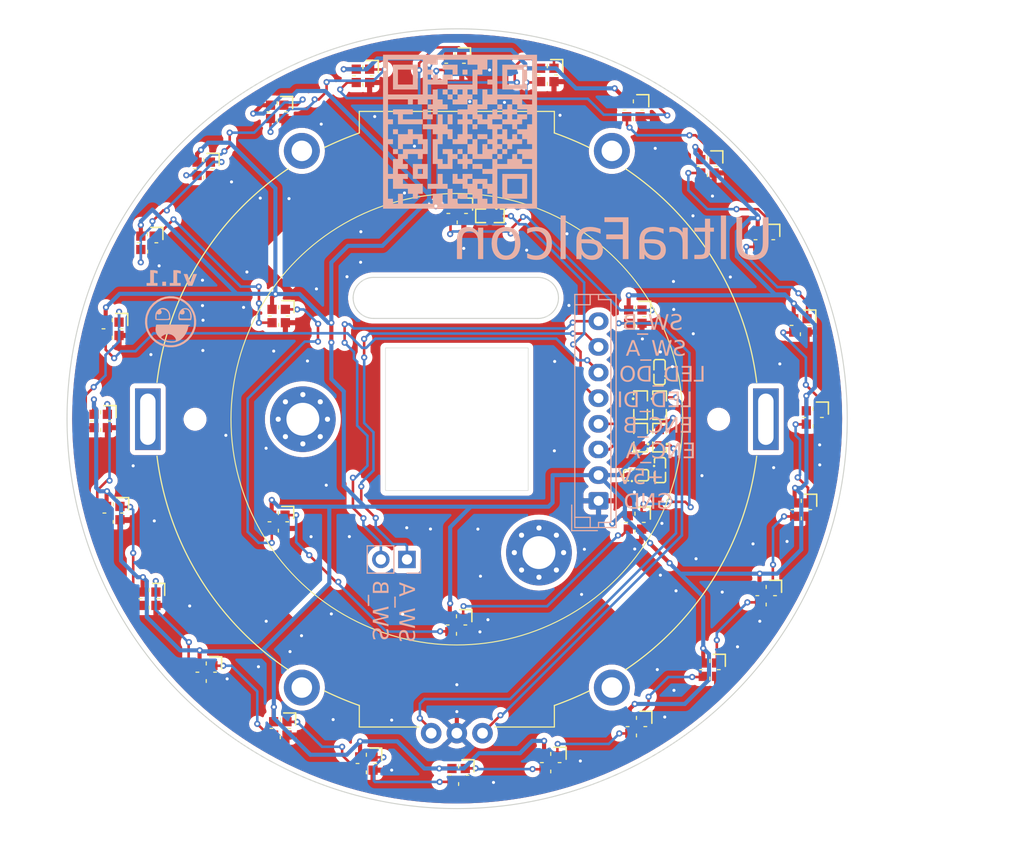
<source format=kicad_pcb>
(kicad_pcb (version 20240108) (generator "pcbnew") (generator_version "8.0")
  (layers (0 "F.Cu" signal) (31 "B.Cu" signal) (34 "B.Paste" user) (35 "F.Paste" user) (36 "B.SilkS" user "B.Silkscreen") (37 "F.SilkS" user "F.Silkscreen") (38 "B.Mask" user) (39 "F.Mask" user) (44 "Edge.Cuts" user))
  (net 0 "")
  (net 1 "Net-(C1-Pad1)")
  (net 2 "GND")
  (net 3 "Net-(C2-Pad1)")
  (net 4 "LED_DI")
  (net 5 "VCC")
  (net 6 "LED_DO")
  (net 7 "ENCODER_A")
  (net 8 "ENCODER_B")
  (net 9 "SWITCH_A")
  (net 10 "SWITCH_B")
  (net 11 "Net-(U1-DIN)")
  (net 12 "LED_TO_OUTER_CHAIN")
  (net 13 "Net-(U10-DOUT)")
  (net 14 "Net-(U10-DIN)")
  (net 15 "Net-(U1-DOUT)")
  (net 16 "Net-(U2-DOUT)")
  (net 17 "Net-(U3-DOUT)")
  (net 18 "Net-(U4-DOUT)")
  (net 19 "Net-(U5-DOUT)")
  (net 20 "Net-(U7-DOUT)")
  (net 21 "Net-(U8-DOUT)")
  (net 22 "Net-(U11-DOUT)")
  (net 23 "Net-(U12-DOUT)")
  (net 24 "Net-(U13-DOUT)")
  (net 25 "Net-(U14-DOUT)")
  (net 26 "Net-(U15-DOUT)")
  (net 27 "Net-(U16-DOUT)")
  (net 28 "Net-(U17-DOUT)")
  (net 29 "Net-(U18-DOUT)")
  (net 30 "Net-(U19-DOUT)")
  (net 31 "Net-(U20-DOUT)")
  (net 32 "Net-(U21-DOUT)")
  (net 33 "Net-(U22-DOUT)")
  (net 34 "Net-(U23-DOUT)")
  (net 35 "Net-(U24-DOUT)")
  (net 36 "Net-(U25-DOUT)")
  (net 37 "Net-(U26-DOUT)")
  (net 38 "Net-(U27-DOUT)")
  (net 39 "Net-(U28-DOUT)")
  (net 40 "Net-(U29-DOUT)")
  (footprint "ct-kicad:LED_dilemma_SK6805-EC15_1.5x1.5mm_P0.6mm_handsolder" (layer "F.Cu") (at 179.95858 82.503902 180)
    (property "Reference" "U15" (hide yes))
    (property "Value" "SK6805-EC15" (hide yes))
  )
  (footprint "ct-kicad:R0603" (layer "F.Cu") (at 167.9 101.8 90)
    (property "Reference" "R4" (hide yes))
    (property "Value" "10k" (hide yes))
  )
  (footprint "ct-kicad:R0603" (layer "F.Cu") (at 167.9 98.63017 -90)
    (property "Reference" "R5" (hide yes))
    (property "Value" "10k" (hide yes))
  )
  (footprint "ct-kicad:LED_dilemma_SK6805-EC15_1.5x1.5mm_P0.6mm_handsolder" (layer "F.Cu") (at 119.868645 82.803157 180)
    (property "Reference" "U7" (hide yes))
    (property "Value" "SK6805-EC15" (hide yes))
  )
  (footprint "ct-kicad:R0603" (layer "F.Cu") (at 153.221634 80.175 180)
    (property "Reference" "R1" (hide yes))
    (property "Value" "330" (hide yes))
  )
  (footprint "ct-kicad:LED_dilemma_SK6805-EC15_1.5x1.5mm_P0.6mm_handsolder" (layer "F.Cu") (at 125.346216 75.590557 180)
    (property "Reference" "U8" (hide yes))
    (property "Value" "SK6805-EC15" (hide yes))
  )
  (footprint "ct-kicad:C0402" (layer "F.Cu") (at 167.45 105.45)
    (property "Reference" "C3" (hide yes))
    (property "Value" "1uF" (hide yes))
  )
  (footprint "ct-kicad:LED_dilemma_SK6805-EC15_1.5x1.5mm_P0.6mm_handsolder" (layer "F.Cu") (at 132.649508 89.94215 180)
    (property "Reference" "U6" (hide yes))
    (property "Value" "SK6805-EC15" (hide yes))
  )
  (footprint "ct-kicad:C0402" (layer "F.Cu") (at 169.79 104.956634 -90)
    (property "Reference" "C2" (hide yes))
    (property "Value" "0.01uF" (hide yes))
  )
  (footprint "ct-kicad:PER60" (layer "F.Cu") (at 150 100)
    (property "Reference" "SW1" (hide yes))
    (property "Value" "PER601-P117-N0015")
  )
  (footprint "ct-kicad:LED_dilemma_SK6805-EC15_1.5x1.5mm_P0.6mm_handsolder" (layer "F.Cu") (at 180.131355 117.196843 180)
    (property "Reference" "U19" (hide yes))
    (property "Value" "SK6805-EC15" (hide yes))
  )
  (footprint "ct-kicad:LED_dilemma_SK6805-EC15_1.5x1.5mm_P0.6mm_handsolder" (layer "F.Cu") (at 116.53391 109.146082 180)
    (property "Reference" "U28" (hide yes))
    (property "Value" "SK6805-EC15" (hide yes))
  )
  (footprint "ct-kicad:LED_dilemma_SK6805-EC15_1.5x1.5mm_P0.6mm_handsolder" (layer "F.Cu") (at 174.653784 124.409443 180)
    (property "Reference" "U20" (hide yes))
    (property "Value" "SK6805-EC15" (hide yes))
  )
  (footprint "ct-kicad:LED_dilemma_SK6805-EC15_1.5x1.5mm_P0.6mm_handsolder" (layer "F.Cu") (at 167.3856 90.002958 180)
    (property "Reference" "U2" (hide yes))
    (property "Value" "SK6805-EC15" (hide yes))
  )
  (footprint "ct-kicad:LED_dilemma_SK6805-EC15_1.5x1.5mm_P0.6mm_handsolder" (layer "F.Cu") (at 132.503902 70.04142 180)
    (property "Reference" "U9" (hide yes))
    (property "Value" "SK6805-EC15" (hide yes))
  )
  (footprint "ct-kicad:LED_dilemma_SK6805-EC15_1.5x1.5mm_P0.6mm_handsolder" (layer "F.Cu") (at 141.187694 133.555525 180)
    (property "Reference" "U24" (hide yes))
    (property "Value" "SK6805-EC15" (hide yes))
  )
  (footprint "ct-kicad:LED_dilemma_SK6805-EC15_1.5x1.5mm_P0.6mm_handsolder" (layer "F.Cu") (at 158.812306 66.444475 180)
    (property "Reference" "U12" (hide yes))
    (property "Value" "SK6805-EC15" (hide yes))
  )
  (footprint "ct-kicad:LED_dilemma_SK6805-EC15_1.5x1.5mm_P0.6mm_handsolder" (layer "F.Cu") (at 120.04142 117.496098 180)
    (property "Reference" "U27" (hide yes))
    (property "Value" "SK6805-EC15" (hide yes))
  )
  (footprint "ct-kicad:LED_dilemma_SK6805-EC15_1.5x1.5mm_P0.6mm_handsolder" (layer "F.Cu") (at 167.196843 69.868645 180)
    (property "Reference" "U13" (hide yes))
    (property "Value" "SK6805-EC15" (hide yes))
  )
  (footprint "ct-kicad:LED_dilemma_SK6805-EC15_1.5x1.5mm_P0.6mm_handsolder" (layer "F.Cu") (at 184.692941 99.827225 180)
    (property "Reference" "U17" (hide yes))
    (property "Value" "SK6805-EC15" (hide yes))
  )
  (footprint "ct-kicad:SW_MX_cutout" (layer "F.Cu") (at 150 100)
    (property "Reference" "SW2" (hide yes))
    (property "Value" "SW_Push")
    (fp_rect (start -6.95 -6.95) (end 6.95 6.95) (stroke (width 0.05)) (fill none) (layer "Edge.Cuts"))
  )
  (footprint "ct-kicad:LED_dilemma_SK6805-EC15_1.5x1.5mm_P0.6mm_handsolder" (layer "F.Cu") (at 132.803157 130.131355 180)
    (property "Reference" "U25" (hide yes))
    (property "Value" "SK6805-EC15" (hide yes))
  )
  (footprint "MountingHole:MountingHole_3.2mm_M3_Pad_Via" (layer "F.Cu") (at 135 100)
    (property "Reference" "H1" (hide yes))
    (property "Value" "MountingHole")
  )
  (footprint "ct-kicad:LED_dilemma_SK6805-EC15_1.5x1.5mm_P0.6mm_handsolder" (layer "F.Cu") (at 150.172775 134.692941 180)
    (property "Reference" "U23" (hide yes))
    (property "Value" "SK6805-EC15" (hide yes))
  )
  (footprint "ct-kicad:LED_dilemma_SK6805-EC15_1.5x1.5mm_P0.6mm_handsolder" (layer "F.Cu") (at 159.146082 133.46609 180)
    (property "Reference" "U22" (hide yes))
    (property "Value" "SK6805-EC15" (hide yes))
  )
  (footprint "ct-kicad:LED_dilemma_SK6805-EC15_1.5x1.5mm_P0.6mm_handsolder" (layer "F.Cu") (at 149.964892 120.054892 180)
    (property "Reference" "U4" (hide yes))
    (property "Value" "SK6805-EC15" (hide yes))
  )
  (footprint "ct-kicad:LED_dilemma_SK6805-EC15_1.5x1.5mm_P0.6mm_handsolder" (layer "F.Cu") (at 132.6144 109.997042 180)
    (property "Reference" "U5" (hide yes))
    (property "Value" "SK6805-EC15" (hide yes))
  )
  (footprint "ct-kicad:LED_dilemma_SK6805-EC15_1.5x1.5mm_P0.6mm_handsolder" (layer "F.Cu") (at 183.46609 90.853918 180)
    (property "Reference" "U16" (hide yes))
    (property "Value" "SK6805-EC15" (hide yes))
  )
  (footprint "ct-kicad:R0603" (layer "F.Cu") (at 169.75 98.633438 -90)
    (property "Reference" "R3" (hide yes))
    (property "Value" "10k" (hide yes))
  )
  (footprint "ct-kicad:LED_dilemma_SK6805-EC15_1.5x1.5mm_P0.6mm_handsolder" (layer "F.Cu") (at 115.307059 100.172775 180)
    (property "Reference" "U29" (hide yes))
    (property "Value" "SK6805-EC15" (hide yes))
  )
  (footprint "ct-kicad:LED_dilemma_SK6805-EC15_1.5x1.5mm_P0.6mm_handsolder" (layer "F.Cu") (at 183.555525 108.812306 180)
    (property "Reference" "U18" (hide yes))
    (property "Value" "SK6805-EC15" (hide yes))
  )
  (footprint "ct-kicad:LED_dilemma_SK6805-EC15_1.5x1.5mm_P0.6mm_handsolder" (layer "F.Cu") (at 140.853918 66.53391 180)
    (property "Reference" "U10" (hide yes))
    (property "Value" "SK6805-EC15" (hide yes))
  )
  (footprint "ct-kicad:C0402" (layer "F.Cu") (at 169.74 95.406634 90)
    (property "Reference" "C1" (hide yes))
    (property "Value" "0.01uF" (hide yes))
  )
  (footprint "ct-kicad:LED_dilemma_SK6805-EC15_1.5x1.5mm_P0.6mm_handsolder" (layer "F.Cu") (at 150.035108 79.945108 180)
    (property "Reference" "U1" (hide yes))
    (property "Value" "SK6805-EC15" (hide yes))
  )
  (footprint "ct-kicad:LED_dilemma_SK6805-EC15_1.5x1.5mm_P0.6mm_handsolder" (layer "F.Cu") (at 149.827225 65.307059 180)
    (property "Reference" "U11" (hide yes))
    (property "Value" "SK6805-EC15" (hide yes))
  )
  (footprint "ct-kicad:LED_dilemma_SK6805-EC15_1.5x1.5mm_P0.6mm_handsolder" (layer "F.Cu") (at 174.409443 75.346216 180)
    (property "Reference" "U14" (hide yes))
    (property "Value" "SK6805-EC15" (hide yes))
  )
  (footprint "ct-kicad:LED_dilemma_SK6805-EC15_1.5x1.5mm_P0.6mm_handsolder" (layer "F.Cu") (at 116.444475 91.187694 180)
    (property "Reference" "U30" (hide yes))
    (property "Value" "SK6805-EC15" (hide yes))
  )
  (footprint "ct-kicad:LED_dilemma_SK6805-EC15_1.5x1.5mm_P0.6mm_handsolder" (layer "F.Cu") (at 167.496098 129.95858 180)
    (property "Reference" "U21" (hide yes))
    (property "Value" "SK6805-EC15" (hide yes))
  )
  (footprint "ct-kicad:LED_dilemma_SK6805-EC15_1.5x1.5mm_P0.6mm_handsolder" (layer "F.Cu") (at 167.350492 110.05785 180)
    (property "Reference" "U3" (hide yes))
    (property "Value" "SK6805-EC15" (hide yes))
  )
  (footprint "ct-kicad:LED_dilemma_SK6805-EC15_1.5x1.5mm_P0.6mm_handsolder" (layer "F.Cu") (at 125.590557 124.653784 180)
    (property "Reference" "U26" (hide yes))
    (property "Value" "SK6805-EC15" (hide yes))
  )
  (footprint "ct-kicad:R0603" (layer "F.Cu") (at 169.75 101.8 90)
    (property "Reference" "R2" (hide yes))
    (property "Value" "10k" (hide yes))
  )
  (footprint "MountingHole:MountingHole_3.2mm_M3_Pad_Via" (layer "F.Cu") (at 158 113)
    (property "Reference" "H2" (hide yes))
    (property "Value" "MountingHole")
  )
  (footprint "Connector_PinHeader_2.54mm:PinHeader_1x02_P2.54mm_Vertical" (layer "B.Cu") (at 145.14 113.67 90)
    (property "Reference" "J2" (hide yes))
    (property "Value" "Conn_01x02_Socket")
  )
  (footprint "Connector_JST:JST_EH_B8B-EH-A_1x08_P2.50mm_Vertical" (layer "B.Cu") (at 163.8 107.95 90)
    (property "Reference" "J1" (hide yes))
    (property "Value" "Conn_01x08_Socket")
  )
  (footprint "ct-kicad:ultrafalcon-qr-15mm" (layer "B.Cu") (at 150.32 71.97 180)
    (property "Reference" "LOGO3" (hide yes))
    (property "Value" "**REF" (hide yes))
  )
  (footprint "ct-kicad:awesome-logo" (layer "B.Cu") (at 122.12 90.5 180)
    (property "Reference" "LOGO1" (hide yes))
    (property "Value" "**REF" (hide yes))
  )
  (gr_arc (start 159.9 88.175) (mid 159.314214 89.589214) (end 157.9 90.175) (stroke (width 0.1)) (layer "Edge.Cuts"))
  (gr_circle (center 150.03 99.95) (end 188.03 99.95) (stroke (width 0.1)) (fill none) (layer "Edge.Cuts"))
  (gr_arc (start 157.9 86.175) (mid 159.314214 86.760786) (end 159.9 88.175) (stroke (width 0.1)) (layer "Edge.Cuts"))
  (gr_line (start 141.9 86.175) (end 157.9 86.175) (stroke (width 0.1)) (layer "Edge.Cuts"))
  (gr_line (start 157.9 90.175) (end 141.9 90.175) (stroke (width 0.1)) (layer "Edge.Cuts"))
  (gr_arc (start 141.9 90.175) (mid 140.485786 89.589214) (end 139.9 88.175) (stroke (width 0.1)) (layer "Edge.Cuts"))
  (gr_arc (start 139.9 88.175) (mid 140.485786 86.760786) (end 141.9 86.175) (stroke (width 0.1)) (layer "Edge.Cuts"))
  (gr_text "GND" (at 171.06 108.99 0) (layer "B.SilkS") (effects (font (size 1.5 1.5) (thickness 0.1875)) (justify left bottom mirror)))
  (gr_text "SW_A" (at 144.14 121.76 -90) (layer "B.SilkS") (effects (font (size 1.5 1.5) (thickness 0.1875)) (justify left bottom mirror)))
  (gr_text "v1.1" (at 124.72 87.25 0) (layer "B.SilkS") (effects (font (size 1.5 1.5) (thickness 0.3) (bold yes)) (justify left bottom mirror)))
  (gr_text "SW_A" (at 172.34 94.07 0) (layer "B.SilkS") (effects (font (size 1.5 1.5) (thickness 0.1875)) (justify left bottom mirror)))
  (gr_text "SW_B" (at 141.56 121.59 -90) (layer "B.SilkS") (effects (font (size 1.5 1.5) (thickness 0.1875)) (justify left bottom mirror)))
  (gr_text "LED_DI" (at 172.98 99.08 0) (layer "B.SilkS") (effects (font (size 1.5 1.5) (thickness 0.1875)) (justify left bottom mirror)))
  (gr_text "LED_DO" (at 174.24 96.59 0) (layer "B.SilkS") (effects (font (size 1.5 1.5) (thickness 0.1875)) (justify left bottom mirror)))
  (gr_text "ENC_B" (at 173.01 101.57 0) (layer "B.SilkS") (effects (font (size 1.5 1.5) (thickness 0.1875)) (justify left bottom mirror)))
  (gr_text "SW_B" (at 172.03 91.54 0) (layer "B.SilkS") (effects (font (size 1.5 1.5) (thickness 0.1875)) (justify left bottom mirror)))
  (gr_text "+5V" (at 170.19 106.57 0) (layer "B.SilkS") (effects (font (size 1.5 1.5) (thickness 0.1875)) (justify left bottom mirror)))
  (gr_text "UltraFalcon" (at 180.845 85.075 0) (layer "B.SilkS") (effects (font (size 4 4) (thickness 0.1875)) (justify left bottom mirror)))
  (gr_text "ENC_A" (at 173.29 104.06 0) (layer "B.SilkS") (effects (font (size 1.5 1.5) (thickness 0.1875)) (justify left bottom mirror)))
  (segment (start 169.75 97.880072) (end 169.75 95.961719) (width 0.25) (layer "F.Cu") (net 1))
  (segment (start 152.5 130.6) (end 154.25 128.85) (width 0.25) (layer "F.Cu") (net 1))
  (segment (start 169.755072 97.875) (end 169.75 97.880072) (width 0.25) (layer "F.Cu") (net 1))
  (segment (start 171.35 97.875) (end 169.755072 97.875) (width 0.25) (layer "F.Cu") (net 1))
  (segment (start 169.746732 97.876804) (end 169.75 97.880072) (width 0.25) (layer "F.Cu") (net 1))
  (segment (start 167.9 97.876804) (end 169.746732 97.876804) (width 0.25) (layer "F.Cu") (net 1))
  (segment (start 169.75 95.961719) (end 169.74 95.951719) (width 0.25) (layer "F.Cu") (net 1))
  (via (at 154.25 128.85) (size 0.6) (drill 0.3) (layers "F.Cu" "B.Cu") (net 1))
  (via (at 171.35 97.875) (size 0.6) (drill 0.3) (layers "F.Cu" "B.Cu") (net 1))
  (segment (start 171.35 97.875) (end 171.925 98.45) (width 0.25) (layer "B.Cu") (net 1))
  (segment (start 171.925 111.325) (end 154.4 128.85) (width 0.25) (layer "B.Cu") (net 1))
  (segment (start 154.4 128.85) (end 154.25 128.85) (width 0.25) (layer "B.Cu") (net 1))
  (segment (start 171.925 98.45) (end 171.925 111.325) (width 0.25) (layer "B.Cu") (net 1))
  (segment (start 127.625 125.303784) (end 129.496216 125.303784) (width 0.4) (layer "F.Cu") (net 2))
  (segment (start 170.25 129.025) (end 170.25 127.325) (width 0.4) (layer "F.Cu") (net 2))
  (segment (start 133.75 122.65) (end 132.275 124.125) (width 0.4) (layer "F.Cu") (net 2))
  (segment (start 160.15 90.55) (end 160.92 89.78) (width 0.4) (layer "F.Cu") (net 2))
  (segment (start 182.1625 111.9125) (end 182.905 111.17) (width 0.4) (layer "F.Cu") (net 2))
  (segment (start 180.781355 118.408645) (end 180.781355 117.846843) (width 0.4) (layer "F.Cu") (net 2))
  (segment (start 175.890557 125.059443) (end 175.303784 125.059443) (width 0.4) (layer "F.Cu") (net 2))
  (segment (start 171.35 116.725) (end 175.725 116.725) (width 0.4) (layer "F.Cu") (net 2))
  (segment (start 181.46 94.61) (end 184.11609 91.95391) (width 0.4) (layer "F.Cu") (net 2))
  (segment (start 162.03 133.31) (end 161.22391 134.11609) (width 0.4) (layer "F.Cu") (net 2))
  (segment (start 123.975 118.2) (end 123.921098 118.146098) (width 0.4) (layer "F.Cu") (net 2))
  (segment (start 178.535 86.14) (end 180.60858 84.06642) (width 0.4) (layer "F.Cu") (net 2))
  (segment (start 134.595 120.825) (end 134.87 121.1) (width 0.4) (layer "F.Cu") (net 2))
  (segment (start 140.625 84.7) (end 140.65 84.675) (width 0.4) (layer "F.Cu") (net 2))
  (segment (start 173.873281 105.501719) (end 173.875 105.5) (width 0.4) (layer "F.Cu") (net 2))
  (segment (start 160.05 70.375) (end 160.05 68.85) (width 0.4) (layer "F.Cu") (net 2))
  (segment (start 167.995085 106.404915) (end 167.995085 105.45) (width 0.4) (layer "F.Cu") (net 2))
  (segment (start 154.64 69.12) (end 154.64 67.407059) (width 0.4) (layer "F.Cu") (net 2))
  (segment (start 120.518645 83.453157) (end 120.518645 84.406355) (width 0.4) (layer "F.Cu") (net 2))
  (segment (start 138.11 87.3) (end 136.325 87.3) (width 0.4) (layer "F.Cu") (net 2))
  (segment (start 161.22391 134.11609) (end 159.796082 134.11609) (width 0.4) (layer "F.Cu") (net 2))
  (segment (start 134.997042 110.647042) (end 133.2644 110.647042) (width 0.4) (layer "F.Cu") (net 2))
  (segment (start 168.000492 110.70785) (end 168.000492 111.974508) (width 0.4) (layer "F.Cu") (net 2))
  (segment (start 175.725 116.725) (end 175.85 116.85) (width 0.4) (layer "F.Cu") (net 2))
  (segment (start 160.15 93.75) (end 160.15 90.55) (width 0.4) (layer "F.Cu") (net 2))
  (segment (start 120.518645 84.406355) (end 120.5 84.425) (width 0.4) (layer "F.Cu") (net 2))
  (segment (start 132.565 120.825) (end 134.595 120.825) (width 0.4) (layer "F.Cu") (net 2))
  (segment (start 132.16 93.36) (end 133.299508 92.220492) (width 0.4) (layer "F.Cu") (net 2))
  (segment (start 162.425 116.8) (end 162.15 117.075) (width 0.4) (layer "F.Cu") (net 2))
  (segment (start 141.503918 70.003918) (end 141.503918 67.18391) (width 0.4) (layer "F.Cu") (net 2))
  (segment (start 181.13 104.45) (end 185.35 104.45) (width 0.4) (layer "F.Cu") (net 2))
  (segment (start 150.685108 83.339892) (end 150.685108 80.595108) (width 0.4) (layer "F.Cu") (net 2))
  (segment (start 125.26 90.365) (end 125.275 90.35) (width 0.4) (layer "F.Cu") (net 2))
  (segment (start 133.299508 90.59215) (end 133.299508 92.174508) (width 0.4) (layer "F.Cu") (net 2))
  (segment (start 162.35 107.95) (end 163.8 107.95) (width 0.4) (layer "F.Cu") (net 2))
  (segment (start 171.1 86.575) (end 171.1 89.275) (width 0.4) (layer "F.Cu") (net 2))
  (segment (start 125.225 88.925) (end 125.225 86.45) (width 0.4) (layer "F.Cu") (net 2))
  (segment (start 144.325 130) (end 143.65 129.325) (width 0.4) (layer "F.Cu") (net 2))
  (segment (start 159.53 94.37) (end 160.15 93.75) (width 0.4) (layer "F.Cu") (net 2))
  (segment (start 169.825 115.2) (end 169.825 115.175) (width 0.4) (layer "F.Cu") (net 2))
  (segment (start 143.65 134.2) (end 144.325 133.525) (width 0.4) (layer "F.Cu") (net 2))
  (segment (start 179.51 119.68) (end 180.781355 118.408645) (width 0.4) (layer "F.Cu") (net 2))
  (segment (start 156.8 83.525) (end 157.95 83.525) (width 0.4) (layer "F.Cu") (net 2))
  (segment (start 127.625 125.303784) (end 126.240557 125.303784) (width 0.4) (layer "F.Cu") (net 2))
  (segment (start 135.8 111.45) (end 134.997042 110.647042) (width 0.4) (layer "F.Cu") (net 2))
  (segment (start 145.87 76.98) (end 144.9 77.95) (width 0.4) (layer "F.Cu") (net 2))
  (segment (start 153.03 119.54) (end 152.275 118.785) (width 0.4) (layer "F.Cu") (net 2))
  (segment (start 130.16 101.57) (end 131.42 102.83) (width 0.4) (layer "F.Cu") (net 2))
  (segment (start 177.34 122.18) (end 176.27 123.25) (width 0.4) (layer "F.Cu") (net 2))
  (segment (start 153.512941 135.342941) (end 150.822775 135.342941) (width 0.4) (layer "F.Cu") (net 2))
  (segment (start 152.229892 120.704892) (end 152.25 120.725) (width 0.4) (layer "F.Cu") (net 2))
  (segment (start 144.72 119) (end 139.01 119) (width 0.4) (layer "F.Cu") (net 2))
  (segment (start 169.625 107.1) (end 169.79 106.935) (width 0.4) (layer "F.Cu") (net 2))
  (segment (start 171.15 126.025) (end 169.525 124.4) (width 0.4) (layer "F.Cu") (net 2))
  (segment (start 160.92 89.78) (end 160.92 88.91) (width 0.4) (layer "F.Cu") (net 2))
  (segment (start 131.43 119.69) (end 132.565 120.825) (width 0.4) (layer "F.Cu") (net 2))
  (segment (start 174.9 78.25) (end 174.9 77.48) (width 0.4) (layer "F.Cu") (net 2))
  (segment (start 152.275 118.785) (end 152.275 115.325) (width 0.4) (layer "F.Cu") (net 2))
  (segment (start 171.15 126.425) (end 171.15 126.025) (width 0.4) (layer "F.Cu") (net 2))
  (segment (start 169.795 129.025) (end 169.53 129.29) (width 0.4) (layer "F.Cu") (net 2))
  (segment (start 167.3 107.1) (end 169.625 107.1) (width 0.4) (layer "F.Cu") (net 2))
  (segment (start 118.337694 91.837694) (end 118.375 91.875) (width 0.4) (layer "F.Cu") (net 2))
  (segment (start 159.5 105.1) (end 162.35 107.95) (width 0.4) (layer "F.Cu") (net 2))
  (segment (start 136.443645 130.781355) (end 133.453157 130.781355) (width 0.4) (layer "F.Cu") (net 2))
  (segment (start 171.1 89.275) (end 171.125 89.3) (width 0.4) (layer "F.Cu") (net 2))
  (segment (start 139.52 111.45) (end 135.8 111.45) (width 0.4) (layer "F.Cu") (net 2))
  (segment (start 163.8 111.05) (end 164.2 111.45) (width 0.4) (layer "F.Cu") (net 2))
  (segment (start 167.325 112.675) (end 167.325 112.65) (width 0.4) (layer "F.Cu") (net 2))
  (segment (start 139.01 119) (end 138.985 118.975) (width 0.4) (layer "F.Cu") (net 2))
  (segment (start 176.64 86.14) (end 178.535 86.14) (width 0.4) (layer "F.Cu") (net 2))
  (segment (start 125.26 93.3) (end 125.26 90.365) (width 0.4) (layer "F.Cu") (net 2))
  (segment (start 128.05 76.87) (end 127.420557 76.240557) (width 0.4) (layer "F.Cu") (net 2))
  (segment (start 129.55 85.65) (end 129.25 85.95) (width 0.4) (layer "F.Cu") (net 2))
  (segment (start 185.34 100.480166) (end 185.342941 100.477225) (width 0.4) (layer "F.Cu") (net 2))
  (segment (start 179.51 119.69) (end 179.51 119.68) (width 0.4) (layer "F.Cu") (net 2))
  (segment (start 120.53 109.91) (end 117.297828 109.91) (width 0.4) (layer "F.Cu") (net 2))
  (segment (start 167.1 107.275) (end 167.275 107.1) (width 0.4) (layer "F.Cu") (net 2))
  (segment (start 152.05 110.71) (end 152.04 110.7) (width 0.4) (layer "F.Cu") (net 2))
  (segment (start 129.496216 125.303784) (end 130.675 124.125) (width 0.4) (layer "F.Cu") (net 2))
  (segment (start 174.9 78.25) (end 174.9 78.275) (width 0.4) (layer "F.Cu") (net 2))
  (segment (start 144.325 133.525) (end 144.325 130) (width 0.4) (layer "F.Cu") (net 2))
  (segment (start 151.26 66.739834) (end 150.477225 65.957059) (width 0.4) (layer "F.Cu") (net 2))
  (segment (start 184.11609 91.95391) (end 184.11609 91.503918) (width 0.4) (layer "F.Cu") (net 2))
  (segment (start 159.5 103.08) (end 159.5 105.1) (width 0.4) (layer "F.Cu") (net 2))
  (segment (start 163.8 107.95) (end 163.8 111.05) (width 0.4) (layer "F.Cu") (net 2))
  (segment (start 153.57 135.4) (end 153.512941 135.342941) (width 0.4) (layer "F.Cu") (net 2))
  (segment (start 136.24142 70.69142) (end 133.153902 70.69142) (width 0.4) (layer "F.Cu") (net 2))
  (segment (start 129.25 85.95) (end 129.25 89.075) (width 0.4) (layer "F.Cu") (net 2))
  (segment (start 127.420557 76.240557) (end 125.996216 76.240557) (width 0.4) (layer "F.Cu") (net 2))
  (segment (start 171.35 115.55) (end 171.35 116.725) (width 0.4) (layer "F.Cu") (net 2))
  (segment (start 169.53 130.41) (end 169.33142 130.60858) (width 0.4) (layer "F.Cu") (net 2))
  (segment (start 182.1625 111.9125) (end 181.925 112.15) (width 0.4) (layer "F.Cu") (net 2))
  (segment (start 185.34 102.5) (end 185.34 100.480166) (width 0.4) (layer "F.Cu") (net 2))
  (segment (start 181.925 112.15) (end 178.85 112.15) (width 0.4) (layer "F.Cu") (net 2))
  (segment (start 171.6 91.67) (end 169.83 93.44) (width 0.4) (layer "F.Cu") (net 2))
  (segment (start 180.86 104.72) (end 181.13 104.45) (width 0.4) (layer "F.Cu") (net 2))
  (segment (start 130.85 78.45) (end 133.6 78.45) (width 0.4) (layer "F.Cu") (net 2))
  (segment (start 169.74 94.861549) (end 170.986549 94.861549) (width 0.4) (layer "F.Cu") (net 2))
  (segment (start 115.957059 102.027059) (end 115.957059 100.822775) (width 0.4) (layer "F.Cu") (net 2))
  (segment (start 180.60858 84.06642) (end 180.60858 83.153902) (width 0.4) (layer "F.Cu") (net 2))
  (segment (start 169.825 115.175) (end 167.325 112.675) (width 0.4) (layer "F.Cu") (net 2))
  (segment (start 164.2 111.45) (end 164.925 112.175) (width 0.4) (layer "F.Cu") (net 2))
  (segment (start 182.905 111.17) (end 183.37 111.17) (width 0.4) (layer "F.Cu") (net 2))
  (segment (start 150.675 83.35) (end 150.685108 83.339892) (width 0.4) (layer "F.Cu") (net 2))
  (segment (start 141.837694 134.205525) (end 143.644475 134.205525) (width 0.4) (layer "F.Cu") (net 2))
  (segment (start 168.000492 111.974508) (end 167.325 112.65) (width 0.4) (layer "F.Cu") (net 2))
  (segment (start 145.87 73.39) (end 145.87 76.98) (width 0.4) (layer "F.Cu") (net 2))
  (segment (start 123.921098 118.146098) (end 120.69142 118.146098) (width 0.4) (layer "F.Cu") (net 2))
  (segment (start 184.205525 110.334475) (end 184.205525 109.462306) (width 0.4) (layer "F.Cu") (net 2))
  (segment (start 159.462306 68.262306) (end 159.462306 67.094475) (width 0.4) (layer "F.Cu") (net 2))
  (segment (start 150.614892 120.704892) (end 152.229892 120.704892) (width 0.4) (layer "F.Cu") (net 2))
  (segment (start 139.53 111.44) (end 139.52 111.45) (width 0.4) (layer "F.Cu") (net 2))
  (segment (start 132.275 124.125) (end 130.675 124.125) (width 0.4) (layer "F.Cu") (net 2))
  (segment (start 144.26 111.44) (end 145.12 110.58) (width 0.4) (layer "F.Cu") (net 2))
  (segment (start 118.375 91.875) (end 120.2 93.7) (width 0.4) (layer "F.Cu") (net 2))
  (segment (start 138.985 118.975) (end 137.775 118.975) (width 0.4) (layer "F.Cu") (net 2))
  (segment (start 169.79 106.935) (end 169.79 105.501719) (width 0.4) (layer "F.Cu") (net 2))
  (segment (start 117.094475 91.837694) (end 118.337694 91.837694) (width 0.4) (layer "F.Cu") (net 2))
  (segment (start 118.47 104.54) (end 115.957059 102.027059) (width 0.4) (layer "F.Cu") (net 2))
  (segment (start 162.425 112.675) (end 162.425 116.8) (width 0.4) (layer "F.Cu") (net 2))
  (segment (start 142 70.5) (end 141.503918 70.003918) (width 0.4) (layer "F.Cu") (net 2))
  (segment (start 129.25 89.075) (end 129.225 89.1) (width 0.4) (layer "F.Cu") (net 2))
  (segment (start 151.26 69.04) (end 151.26 66.739834) (width 0.4) (layer "F.Cu") (net 2))
  (segment (start 169.825 115.2) (end 171.35 116.725) (width 0.4) (layer "F.Cu") (net 2))
  (segment (start 127.5 101.57) (end 130.16 101.57) (width 0.4) (layer "F.Cu") (net 2))
  (segment (start 169.41715 110.70785) (end 168.000492 110.70785) (width 0.4) (layer "F.Cu") (net 2))
  (segment (start 168.0356 90.652958) (end 168.0356 92.1356) (width 0.4) (layer "F.Cu") (net 2))
  (segment (start 170.986549 94.861549) (end 171 94.875) (width 0.4) (layer "F.Cu") (net 2))
  (segment (start 167.1 107.275) (end 166.425 107.95) (width 0.4) (layer "F.Cu") (net 2))
  (segment (start 159.55 81.925) (end 160.725 81.925) (width 0.4) (layer "F.Cu") (net 2))
  (segment (start 160.05 68.85) (end 159.462306 68.262306) (width 0.4) (layer "F.Cu") (net 2))
  (segment (start 176.27 124.68) (end 175.890557 125.059443) (width 0.4) (layer "F.Cu") (net 2))
  (segment (start 154.64 67.407059) (end 153.19 65.957059) (width 0.4) (layer "F.Cu") (net 2))
  (segment (start 168.0356 92.1356) (end 168.075 92.175) (width 0.4) (layer "F.Cu") (net 2))
  (segment (start 174.9 78.275) (end 173 80.175) (width 0.4) (layer "F.Cu") (net 2))
  (segment (start 170.25 127.325) (end 171.15 126.425) (width 0.4) (layer "F.Cu") (net 2))
  (segment (start 152.275 115.325) (end 152.3 115.3) (width 0.4) (layer "F.Cu") (net 2))
  (segment (start 121 84.925) (end 121 85.05) (width 0.4) (layer "F.Cu") (net 2))
  (segment (start 137.28 106.43) (end 137.28 109.19) (width 0.4) (layer "F.Cu") (net 2))
  (segment (start 120.5 84.425) (end 121 84.925) (width 0.4) (layer "F.Cu") (net 2))
  (segment (start 169.325 71.996802) (end 167.846843 70.518645) (width 0.4) (layer "F.Cu") (net 2))
  (segment (start 169.975 110.15) (end 169.41715 110.70785) (width 0.4) (layer "F.Cu") (net 2))
  (segment (start 170.25 129.025) (end 169.795 129.025) (width 0.4) (layer "F.Cu") (net 2))
  (segment (start 167.3 107.1) (end 167.995085 106.404915) (width 0.4) (layer "F.Cu") (net 2))
  (segment (start 167.275 107.1) (end 167.3 107.1) (width 0.4) (layer "F.Cu") (net 2))
  (segment (start 139.3 86.11) (end 138.11 87.3) (width 0.4) (layer "F.Cu") (net 2))
  (segment (start 169.325 73.6) (end 169.325 71.996802) (width 0.4) (layer "F.Cu") (net 2))
  (segment (start 152.04 110.7) (end 147.43 110.7) (width 0.4) (layer "F.Cu") (net 2))
  (segment (start 133.299508 92.220492) (end 133.299508 92.174508) (width 0.4) (layer "F.Cu") (net 2))
  (segment (start 133.6 78.45) (end 133.65 78.5) (width 0.4) (layer "F.Cu") (net 2))
  (segment (start 175.059443 77.320557) (end 175.059443 75.996216) (width 0.4) (layer "F.Cu") (net 2))
  (segment (start 164.925 112.175) (end 166.825 112.175) (width 0.4) (layer "F.Cu") (net 2))
  (segment (start 167.3 112.65) (end 167.325 112.65) (width 0.4) (layer "F.Cu") (net 2))
  (segment (start 139.53 111.44) (end 144.26 111.44) (width 0.4) (layer "F.Cu") (net 2))
  (segment (start 176.27 123.25) (end 176.27 124.68) (width 0.4) (layer "F.Cu") (net 2))
  (segment (start 173.03 91.67) (end 171.6 91.67) (width 0.4) (layer "F.Cu") (net 2))
  (segment (start 117.297828 109.91) (end 117.18391 109.796082) (width 0.4) (layer "F.Cu") (net 2))
  (segment (start 157.95 83.525) (end 159.55 81.925) (width 0.4) (layer "F.Cu") (net 2))
  (segment (start 166.425 107.95) (end 163.8 107.95) (width 0.4) (layer "F.Cu") (net 2))
  (segment (start 183.37 111.17) (end 184.205525 110.334475) (width 0.4) (layer "F.Cu") (net 2))
  (segment (start 140.65 84.675) (end 140.65 81.725) (width 0.4) (layer "F.Cu") (net 2))
  (segment (start 143.644475 134.205525) (end 143.65 134.2) (width 0.4) (layer "F.Cu") (net 2))
  (segment (start 173.3 113.6) (end 171.35 115.55) (width 0.4) (layer "F.Cu") (net 2))
  (segment (start 169.33142 130.60858) (end 168.146098 130.60858) (width 0.4) (layer "F.Cu") (net 2))
  (segment (start 166.825 112.175) (end 167.3 112.65) (width 0.4) (layer "F.Cu") (net 2))
  (segment (start 169.79 105.501719) (end 173.873281 105.501719) (width 0.4) (layer "F.Cu") (net 2))
  (segment (start 133.299508 92.174508) (end 135.45 94.325) (width 0.4) (layer "F.Cu") (net 2))
  (segment (start 150 130.6) (end 150 125.875) (width 0.4) (layer "F.Cu") (net 2))
  (segment (start 137.95 129.275) (end 136.443645 130.781355) (width 0.4) (layer "F.Cu") (net 2))
  (segment (start 174.9 77.48) (end 175.059443 77.320557) (width 0.4) (layer "F.Cu") (net 2))
  (segment (start 153.19 65.957059) (end 150.477225 65.957059) (width 0.4) (layer "F.Cu") (net 2))
  (segment (start 137.28 109.19) (end 139.53 111.44) (width 0.4) (layer "F.Cu") (net 2))
  (segment (start 136.79 71.24) (end 136.24142 70.69142) (width 0.4) (layer "F.Cu") (net 2))
  (segment (start 169.53 129.29) (end 169.53 130.41) (width 0.4) (layer "F.Cu") (net 2))
  (via (at 125.225 88.925) (size 0.6) (drill 0.3) (layers "F.Cu" "B.Cu") (net 2))
  (via (at 150.675 83.35) (size 0.6) (drill 0.3) (layers "F.Cu" "B.Cu") (net 2))
  (via (at 169.325 73.6) (size 0.6) (drill 0.3) (layers "F.Cu" "B.Cu") (net 2))
  (via (at 127.625 125.303784) (size 0.6) (drill 0.3) (layers "F.Cu" "B.Cu") (net 2))
  (via (at 152.05 110.71) (size 0.6) (drill 0.3) (layers "F.Cu" "B.Cu") (net 2))
  (via (at 130.675 124.125) (size 0.6) (drill 0.3) (layers "F.Cu" "B.Cu") (net 2))
  (via (at 171.1 86.575) (size 0.6) (drill 0.3) (layers "F.Cu" "B.Cu") (net 2))
  (via (at 167.325 112.65) (size 0.6) (drill 0.3) (layers "F.Cu" "B.Cu") (net 2))
  (via (at 178.85 112.15) (size 0.6) (drill 0.3) (layers "F.Cu" "B.Cu") (net 2))
  (via (at 154.64 69.12) (size 0.6) (drill 0.3) (layers "F.Cu" "B.Cu") (net 2))
  (via (at 152.3 115.3) (size 0.6) (drill 0.3) (layers "F.Cu" "B.Cu") (net 2))
  (via (at 180.86 104.72) (size 0.6) (drill 0.3) (layers "F.Cu" "B.Cu") (net 2))
  (via (at 135.8 111.45) (size 0.6) (drill 0.3) (layers "F.Cu" "B.Cu") (net 2))
  (via (at 162.15 117.075) (size 0.6) (drill 0.3) (layers "F.Cu" "B.Cu") (net 2))
  (via (at 137.28 106.43) (size 0.6) (drill 0.3) (layers "F.Cu" "B.Cu") (net 2))
  (via (at 139.53 111.44) (size 0.6) (drill 0.3) (layers "F.Cu" "B.Cu") (net 2))
  (via (at 137.775 118.975) (size 0.6) (drill 0.3) (layers "F.Cu" "B.Cu") (net 2))
  (via (at 169.825 115.2) (size 0.6) (drill 0.3) (layers "F.Cu" "B.Cu") (net 2))
  (via (at 129.55 85.65) (size 0.6) (drill 0.3) (layers "F.Cu" "B.Cu") (net 2))
  (via (at 123.975 118.2) (size 0.6) (drill 0.3) (layers "F.Cu" "B.Cu") (net 2))
  (via (at 181.46 94.61) (size 0.6) (drill 0.3) (layers "F.Cu" "B.Cu") (net 2))
  (via (at 151.26 69.04) (size 0.6) (drill 0.3) (layers "F.Cu" "B.Cu") (net 2))
  (via (at 144.72 119) (size 0.6) (drill 0.3) (layers "F.Cu" "B.Cu") (net 2))
  (via (at 170.25 129.025) (size 0.6) (drill 0.3) (layers "F.Cu" "B.Cu") (net 2))
  (via (at 168.075 92.175) (size 0.6) (drill 0.3) (layers "F.Cu" "B.Cu") (net 2))
  (via (at 160.725 81.925) (size 0.6) (drill 0.3) (layers "F.Cu" "B.Cu") (net 2))
  (via (at 162.03 133.31) (size 0.6) (drill 0.3) (layers "F.Cu" "B.Cu") (net 2))
  (via (at 162.425 112.675) (size 0.6) (drill 0.3) (layers "F.Cu" "B.Cu") (net 2))
  (via (at 173.03 91.67) (size 0.6) (drill 0.3) (layers "F.Cu" "B.Cu") (net 2))
  (via (at 160.92 88.91) (size 0.6) (drill 0.3) (layers "F.Cu" "B.Cu") (net 2))
  (via (at 142 70.5) (size 0.6) (drill 0.3) (layers "F.Cu" "B.Cu") (net 2))
  (via (at 136.79 71.24) (size 0.6) (drill 0.3) (layers "F.Cu" "B.Cu") (net 2))
  (via (at 127.5 101.57) (size 0.6) (drill 0.3) (layers "F.Cu" "B.Cu") (net 2))
  (via (at 125.26 93.3) (size 0.6) (drill 0.3) (layers "F.Cu" "B.Cu") (net 2))
  (via (at 143.65 129.325) (size 0.6) (drill 0.3) (layers "F.Cu" "B.Cu") (net 2))
  (via (at 169.83 93.44) (size 0.6) (drill 0.3) (layers "F.Cu" "B.Cu") (net 2))
  (via (at 134.87 121.1) (size 0.6) (drill 0.3) (layers "F.Cu" "B.Cu") (net 2))
  (via (at 171.15 126.425) (size 0.6) (drill 0.3) (layers "F.Cu" "B.Cu") (net 2))
  (via (at 177.34 122.18) (size 0.6) (drill 0.3) (layers "F.Cu" "B.Cu") (net 2))
  (via (at 169.975 110.15) (size 0.6) (drill 0.3) (layers "F.Cu" "B.Cu") (net 2))
  (via (at 140.65 81.725) (size 0.6) (drill 0.3) (layers "F.Cu" "B.Cu") (net 2))
  (via (at 121 85.05) (size 0.6) (drill 0.3) (layers "F.Cu" "B.Cu") (net 2))
  (via (at 171.35 116.725) (size 0.6) (drill 0.3) (layers "F.Cu" "B.Cu") (net 2))
  (via (at 120.2 93.7) (size 0.6) (drill 0.3) (layers "F.Cu" "B.Cu") (net 2))
  (via (at 167.3 107.1) (size 0.6) (drill 0.3) (layers "F.Cu" "B.Cu") (net 2))
  (via (at 129.225 89.1) (size 0.6) (drill 0.3) (layers "F.Cu" "B.Cu") (net 2))
  (via (at 133.75 122.65) (size 0.6) (drill 0.3) (layers "F.Cu" "B.Cu") (net 2))
  (via (at 143.65 134.2) (size 0.6) (drill 0.3) (layers "F.Cu" "B.Cu") (net 2))
  (via (at 171 94.875) (size 0.6) (drill 0.3) (layers "F.Cu" "B.Cu") (net 2))
  (via (at 174.9 78.25) (size 0.6) (drill 0.3) (layers "F.Cu" "B.Cu") (net 2))
  (via (at 173.875 105.5) (size 0.6) (drill 0.3) (layers "F.Cu" "B.Cu") (net 2))
  (via (at 136.325 87.3) (size 0.6) (drill 0.3) (layers "F.Cu" "B.Cu") (net 2))
  (via (at 132.16 93.36) (size 0.6) (drill 0.3) (layers "F.Cu" "B.Cu") (net 2))
  (via (at 169.525 124.4) (size 0.6) (drill 0.3) (layers "F.Cu" "B.Cu") (net 2))
  (via (at 145.87 73.39) (size 0.6) (drill 0.3) (layers "F.Cu" "B.Cu") (net 2))
  (via (at 153.03 119.54) (size 0.6) (drill 0.3) (layers "F.Cu" "B.Cu") (net 2))
  (via (at 118.47 104.54) (size 0.6) (drill 0.3) (layers "F.Cu" "B.Cu") (net 2))
  (via (at 179.51 119.69) (size 0.6) (drill 0.3) (layers "F.Cu" "B.Cu") (net 2))
  (via (at 150 125.875) (size 0.6) (drill 0.3) (layers "F.Cu" "B.Cu") (net 2))
  (via (at 171.125 89.3) (size 0.6) (drill 0.3) (layers "F.Cu" "B.Cu") (net 2))
  (via (at 145.12 110.58) (size 0.6) (drill 0.3) (layers "F.Cu" "B.Cu") (net 2))
  (via (at 159.5 103.08) (size 0.6) (drill 0.3) (layers "F.Cu" "B.Cu") (net 2))
  (via (at 125.275 90.35) (size 0.6) (drill 0.3) (layers "F.Cu" "B.Cu") (net 2))
  (via (at 139.3 86.11) (size 0.6) (drill 0.3) (layers "F.Cu" "B.Cu") (net 2))
  (via (at 135.45 94.325) (size 0.6) (drill 0.3) (layers "F.Cu" "B.Cu") (net 2))
  (via (at 125.225 86.45) (size 0.6) (drill 0.3) (layers "F.Cu" "B.Cu") (net 2))
  (via (at 160.05 70.375) (size 0.6) (drill 0.3) (layers "F.Cu" "B.Cu") (net 2))
  (via (at 150 128.5) (size 0.6) (drill 0.3) (layers "F.Cu" "B.Cu") (net 2))
  (via (at 153.19 65.957059) (size 0.6) (drill 0.3) (layers "F.Cu" "B.Cu") (net 2))
  (via (at 185.34 102.5) (size 0.6) (drill 0.3) (layers "F.Cu" "B.Cu") (net 2))
  (via (at 140.625 84.7) (size 0.6) (drill 0.3) (layers "F.Cu" "B.Cu") (net 2))
  (via (at 133.65 78.5) (size 0.6) (drill 0.3) (layers "F.Cu" "B.Cu") (net 2))
  (via (at 182.1625 111.9125) (size 0.6) (drill 0.3) (layers "F.Cu" "B.Cu") (net 2))
  (via (at 176.64 86.14) (size 0.6) (drill 0.3) (layers "F.Cu" "B.Cu") (net 2))
  (via (at 173 80.175) (size 0.6) (drill 0.3) (layers "F.Cu" "B.Cu") (net 2))
  (via (at 137.95 129.275) (size 0.6) (drill 0.3) (layers "F.Cu" "B.Cu") (net 2))
  (via (at 152.25 120.725) (size 0.6) (drill 0.3) (layers "F.Cu" "B.Cu") (net 2))
  (via (at 130.85 78.45) (size 0.6) (drill 0.3) (layers "F.Cu" "B.Cu") (net 2))
  (via (at 131.43 119.69) (size 0.6) (drill 0.3) (layers "F.Cu" "B.Cu") (net 2))
  (via (at 156.8 83.525) (size 0.6) (drill 0.3) (layers "F.Cu" "B.Cu") (net 2))
  (via (at 128.05 76.87) (size 0.6) (drill 0.3) (layers "F.Cu" "B.Cu") (net 2))
  (via (at 120.53 109.91) (size 0.6) (drill 0.3) (layers "F.Cu" "B.Cu") (net 2))
  (via (at 185.35 104.45) (size 0.6) (drill 0.3) (layers "F.Cu" "B.Cu") (net 2))
  (via (at 131.42 102.83) (size 0.6) (drill 0.3) (layers "F.Cu" "B.Cu") (net 2))
  (via (at 173.3 113.6) (size 0.6) (drill 0.3) (layers "F.Cu" "B.Cu") (net 2))
  (via (at 144.9 77.95) (size 0.6) (drill 0.3) (layers "F.Cu" "B.Cu") (net 2))
  (via (at 175.85 116.85) (size 0.6) (drill 0.3) (layers "F.Cu" "B.Cu") (net 2))
  (via (at 153.57 135.4) (size 0.6) (drill 0.3) (layers "F.Cu" "B.Cu") (net 2))
  (via (at 147.43 110.7) (size 0.6) (drill 0.3) (layers "F.Cu" "B.Cu") (net 2))
  (via (at 159.53 94.37) (size 0.6) (drill 0.3) (layers "F.Cu" "B.Cu") (net 2))
  (segment (start 171.1 102.85) (end 170.8 102.55) (width 0.25) (layer "F.Cu") (net 3))
  (segment (start 170.8 102.55) (end 169.753366 102.55) (width 0.25) (layer "F.Cu") (net 3))
  (segment (start 169.79 102.593366) (end 169.75 102.553366) (width 0.25) (layer "F.Cu") (net 3))
  (segment (start 169.79 104.411549) (end 169.79 102.593366) (width 0.25) (layer "F.Cu") (net 3))
  (segment (start 147.5 130.25) (end 146.4 129.15) (width 0.25) (layer "F.Cu") (net 3))
  (segment (start 167.9 102.553366) (end 169.75 102.553366) (width 0.25) (layer "F.Cu") (net 3))
  (segment (start 169.753366 102.55) (end 169.75 102.553366) (width 0.25) (layer "F.Cu") (net 3))
  (segment (start 147.5 130.6) (end 147.5 130.25) (width 0.25) (layer "F.Cu") (net 3))
  (via (at 146.4 129.15) (size 0.6) (drill 0.3) (layers "F.Cu" "B.Cu") (net 3))
  (via (at 171.1 102.85) (size 0.6) (drill 0.3) (layers "F.Cu" "B.Cu") (net 3))
  (segment (start 171.1 102.85) (end 171.35 103.1) (width 0.25) (layer "B.Cu") (net 3))
  (segment (start 171.35 103.1) (end 171.35 111.113604) (width 0.25) (layer "B.Cu") (net 3))
  (segment (start 155.188604 127.275) (end 146.85 127.275) (width 0.25) (layer "B.Cu") (net 3))
  (segment (start 171.35 111.113604) (end 155.188604 127.275) (width 0.25) (layer "B.Cu") (net 3))
  (segment (start 146.4 127.725) (end 146.4 129.15) (width 0.25) (layer "B.Cu") (net 3))
  (segment (start 146.85 127.275) (end 146.4 127.725) (width 0.25) (layer "B.Cu") (net 3))
  (segment (start 163.575 97.95) (end 163.8 97.95) (width 0.25) (layer "F.Cu") (net 4))
  (segment (start 162.05 96.425) (end 163.575 97.95) (width 0.25) (layer "F.Cu") (net 4))
  (segment (start 155.275 80.2) (end 154 80.2) (width 0.25) (layer "F.Cu") (net 4))
  (segment (start 154 80.2) (end 153.975 80.175) (width 0.25) (layer "F.Cu") (net 4))
  (segment (start 161.33 92.71) (end 162.05 93.43) (width 0.25) (layer "F.Cu") (net 4))
  (segment (start 162.05 93.43) (end 162.05 96.425) (width 0.25) (layer "F.Cu") (net 4))
  (via (at 161.33 92.71) (size 0.6) (drill 0.3) (layers "F.Cu" "B.Cu") (net 4))
  (via (at 155.275 80.2) (size 0.6) (drill 0.3) (layers "F.Cu" "B.Cu") (net 4))
  (segment (start 162.4 91.64) (end 162.4 86.675) (width 0.25) (layer "B.Cu") (net 4))
  (segment (start 162.4 86.675) (end 156.725 81) (width 0.25) (layer "B.Cu") (net 4))
  (segment (start 161.33 92.71) (end 162.4 91.64) (width 0.25) (layer "B.Cu") (net 4))
  (segment (start 156.725 81) (end 156.075 81) (width 0.25) (layer "B.Cu") (net 4))
  (segment (start 156.075 81) (end 155.275 80.2) (width 0.25) (layer "B.Cu") (net 4))
  (segment (start 115.88391 107.06609) (end 115.925 107.025) (width 0.4) (layer "F.Cu") (net 5))
  (segment (start 149.519834 134.04) (end 149.522775 134.042941) (width 0.4) (layer "F.Cu") (net 5))
  (segment (start 182.905525 106.744475) (end 182.95 106.7) (width 0.4) (layer "F.Cu") (net 5))
  (segment (start 114.657059 98.082059) (end 114.65 98.075) (width 0.4) (layer "F.Cu") (net 5))
  (segment (start 156.66 65.8) (end 158.156781 65.8) (width 0.4) (layer "F.Cu") (net 5))
  (segment (start 165.37 67.75) (end 166.546843 68.926843) (width 0.4) (layer "F.Cu") (net 5))
  (segment (start 125.08 73.75) (end 124.696216 74.133784) (width 0.4) (layer "F.Cu") (net 5))
  (segment (start 148.29 134.04) (end 149.519834 134.04) (width 0.4) (layer "F.Cu") (net 5))
  (segment (start 147.3 65.5) (end 148.142941 64.657059) (width 0.4) (layer "F.Cu") (net 5))
  (segment (start 119.218645 81.07) (end 119.218645 82.153157) (width 0.4) (layer "F.Cu") (net 5))
  (segment (start 173.759443 73.989443) (end 173.759443 74.696216) (width 0.4) (layer "F.Cu") (net 5))
  (segment (start 184.042941 97.732059) (end 184.05 97.725) (width 0.4) (layer "F.Cu") (net 5))
  (segment (start 171.05 99.875) (end 170.725 100.2) (width 0.4) (layer "F.Cu") (net 5))
  (segment (start 115.794475 89.130525) (end 115.825 89.1) (width 0.4) (layer "F.Cu") (net 5))
  (segment (start 163.8 105.45) (end 166.904915 105.45) (width 0.4) (layer "F.Cu") (net 5))
  (segment (start 166.700492 109.40785) (end 165.91715 109.40785) (width 0.4) (layer "F.Cu") (net 5))
  (segment (start 169.75 99.386804) (end 169.75 100.2) (width 0.4) (layer "F.Cu") (net 5))
  (segment (start 131.999508 88.125492) (end 131.999508 89.29215) (width 0.4) (layer "F.Cu") (net 5))
  (segment (start 170.725 100.2) (end 169.75 100.2) (width 0.4) (layer "F.Cu") (net 5))
  (segment (start 174.003784 122.328784) (end 174 122.325) (width 0.4) (layer "F.Cu") (net 5))
  (segment (start 148.142941 64.657059) (end 149.177225 64.657059) (width 0.4) (layer "F.Cu") (net 5))
  (segment (start 130.17 70.21) (end 130.98858 69.39142) (width 0.4) (layer "F.Cu") (net 5))
  (segment (start 158.156781 65.8) (end 158.162306 65.794475) (width 0.4) (layer "F.Cu") (net 5))
  (segment (start 182.81609 88.73391) (end 182.825 88.725) (width 0.4) (layer "F.Cu") (net 5))
  (segment (start 166.7356 89.352958) (end 166.7356 87.9394) (width 0.4) (layer "F.Cu") (net 5))
  (segment (start 158.496082 131.353918) (end 158.5 131.35) (width 0.4) (layer "F.Cu") (net 5))
  (segment (start 184.042941 99.177225) (end 184.042941 97.732059) (width 0.4) (layer "F.Cu") (net 5))
  (segment (start 115.88391 108.496082) (end 115.88391 107.06609) (width 0.4) (layer "F.Cu") (net 5))
  (segment (start 182.81609 90.203918) (end 182.81609 88.73391) (width 0.4) (layer "F.Cu") (net 5))
  (segment (start 148.020108 79.295108) (end 147.95 79.225) (width 0.4) (layer "F.Cu") (net 5))
  (segment (start 137.775 90.6) (end 137.775 92.52) (width 0.4) (layer "F.Cu") (net 5))
  (segment (start 114.657059 99.522775) (end 114.657059 98.082059) (width 0.4) (layer "F.Cu") (net 5))
  (segment (start 174.003784 123.759443) (end 174.003784 122.328784) (width 0.4) (layer "F.Cu") (net 5))
  (segment (start 169.75 100.2) (end 169.75 101.046634) (width 0.4) (layer "F.Cu") (net 5))
  (segment (start 179.481355 116.546843) (end 179.481355 115.068645) (width 0.4) (layer "F.Cu") (net 5))
  (segment (start 140.575 132.868219) (end 140.537694 132.905525) (width 0.4) (layer "F.Cu") (net 5))
  (segment (start 166.546843 68.926843) (end 166.546843 69.218645) (width 0.4) (layer "F.Cu") (net 5))
  (segment (start 131.9644 109.347042) (end 131.9644 107.8856) (width 0.4) (layer "F.Cu") (net 5))
  (segment (start 166.846098 128.228902) (end 167.325 127.75) (width 0.4) (layer "F.Cu") (net 5))
  (segment (start 119.39142 116.846098) (end 119.39142 115.43358) (width 0.4) (layer "F.Cu") (net 5))
  (segment (start 166.846098 129.30858) (end 166.846098 128.228902) (width 0.4) (layer "F.Cu") (net 5))
  (segment (start 132.325 87.8) (end 131.999508 88.125492) (width 0.4) (layer "F.Cu") (net 5))
  (segment (start 149.385108 79.295108) (end 148.020108 79.295108) (width 0.4) (layer "F.Cu") (net 5))
  (segment (start 124.696216 74.133784) (end 124.696216 74.940557) (width 0.4) (layer "F.Cu") (net 5))
  (segment (start 124.940557 122.534443) (end 124.95 122.525) (width 0.4) (layer "F.Cu") (net 5))
  (segment (start 124.940557 124.003784) (end 124.940557 122.534443) (width 0.4) (layer "F.Cu") (net 5))
  (segment (start 131.9644 107.8856) (end 131.975 107.875) (width 0.4) (layer "F.Cu") (net 5))
  (segment (start 168.825 112.125) (end 170.725 114.025) (width 0.4) (layer "F.Cu") (net 5))
  (segment (start 149.314892 117.985108) (end 149.35 117.95) (width 0.4) (layer "F.Cu") (net 5))
  (segment (start 138.98 65.89) (end 140.197828 65.89) (width 0.4) (layer "F.Cu") (net 5))
  (segment (start 119.39142 115.43358) (end 119.425 115.4) (width 0.4) (layer "F.Cu") (net 5))
  (segment (start 168.825 112.075) (end 168.825 112.125) (width 0.4) (layer "F.Cu") (net 5))
  (segment (start 140.575 131.4) (end 140.575 132.868219) (width 0.4) (layer "F.Cu") (net 5))
  (segment (start 158.496082 132.81609) (end 158.496082 131.353918) (width 0.4) (layer "F.Cu") (net 5))
  (segment (start 179.30858 80.41642) (end 179.325 80.4) (width 0.4) (layer "F.Cu") (net 5))
  (segment (start 115.794475 90.537694) (end 115.794475 89.130525) (width 0.4) (layer "F.Cu") (net 5))
  (segment (start 130.98858 69.39142) (end 131.853902 69.39142) (width 0.4) (layer "F.Cu") (net 5))
  (segment (start 165.91715 109.40785) (end 165.15 110.175) (width 0.4) (layer "F.Cu") (net 5))
  (segment (start 182.905525 108.162306) (end 182.905525 106.744475) (width 0.4) (layer "F.Cu") (net 5))
  (segment (start 179.30858 81.853902) (end 179.30858 80.41642) (width 0.4) (layer "F.Cu") (net 5))
  (segment (start 132.153157 128.071843) (end 132.175 128.05) (width 0.4) (layer "F.Cu") (net 5))
  (segment (start 166.7356 87.9394) (end 166.75 87.925) (width 0.4) (layer "F.Cu") (net 5))
  (segment (start 173.23 73.46) (end 173.759443 73.989443) (width 0.4) (layer "F.Cu") (net 5))
  (segment (start 140.197828 65.89) (end 140.203918 65.88391) (width 0.4) (layer "F.Cu") (net 5))
  (segment (start 149.314892 119.404892) (end 149.314892 117.985108) (width 0.4) (layer "F.Cu") (net 5))
  (segment (start 179.481355 115.068645) (end 179.5 115.05) (width 0.4) (layer "F.Cu") (net 5))
  (segment (start 132.153157 129.481355) (end 132.153157 128.071843) (width 0.4) (layer "F.Cu") (net 5))
  (via (at 140.575 131.4) (size 0.6) (drill 0.3) (layers "F.Cu" "B.Cu") (net 5))
  (via (at 167.325 127.75) (size 0.6) (drill 0.3) (layers "F.Cu" "B.Cu") (net 5))
  (via (at 166.75 87.925) (size 0.6) (drill 0.3) (layers "F.Cu" "B.Cu") (net 5))
  (via (at 115.925 107.025) (size 0.6) (drill 0.3) (layers "F.Cu" "B.Cu") (net 5))
  (via (at 115.825 89.1) (size 0.6) (drill 0.3) (layers "F.Cu" "B.Cu") (net 5))
  (via (at 184.05 97.725) (size 0.6) (drill 0.3) (layers "F.Cu" "B.Cu") (net 5))
  (via (at 114.65 98.075) (size 0.6) (drill 0.3) (layers "F.Cu" "B.Cu") (net 5))
  (via (at 165.15 110.175) (size 0.6) (drill 0.3) (layers "F.Cu" "B.Cu") (net 5))
  (via (at 130.17 70.21) (size 0.6) (drill 0.3) (layers "F.Cu" "B.Cu") (net 5))
  (via (at 156.66 65.8) (size 0.6) (drill 0.3) (layers "F.Cu" "B.Cu") (net 5))
  (via (at 171.05 99.875) (size 0.6) (drill 0.3) (layers "F.Cu" "B.Cu") (net 5))
  (via (at 179.5 115.05) (size 0.6) (drill 0.3) (layers "F.Cu" "B.Cu") (net 5))
  (via (at 149.35 117.95) (size 0.6) (drill 0.3) (layers "F.Cu" "B.Cu") (net 5))
  (via (at 147.95 79.225) (size 0.6) (drill 0.3) (layers "F.Cu" "B.Cu") (net 5))
  (via (at 137.775 90.6) (size 0.6) (drill 0.3) (layers "F.Cu" "B.Cu") (net 5))
  (via (at 131.975 107.875) (size 0.6) (drill 0.3) (layers "F.Cu" "B.Cu") (net 5))
  (via (at 182.825 88.725) (size 0.6) (drill 0.3) (layers "F.Cu" "B.Cu") (net 5))
  (via (at 119.425 115.4) (size 0.6) (drill 0.3) (layers "F.Cu" "B.Cu") (net 5))
  (via (at 137.775 92.52) (size 0.6) (drill 0.3) (layers "F.Cu" "B.Cu") (net 5))
  (via (at 179.325 80.4) (size 0.6) (drill 0.3) (layers "F.Cu" "B.Cu") (net 5))
  (via (at 173.23 73.46) (size 0.6) (drill 0.3) (layers "F.Cu" "B.Cu") (net 5))
  (via (at 138.98 65.89) (size 0.6) (drill 0.3) (layers "F.Cu" "B.Cu") (net 5))
  (via (at 124.95 122.525) (size 0.6) (drill 0.3) (layers "F.Cu" "B.Cu") (net 5))
  (via (at 132.325 87.8) (size 0.6) (drill 0.3) (layers "F.Cu" "B.Cu") (net 5))
  (via (at 170.725 114.025) (size 0.6) (drill 0.3) (layers "F.Cu" "B.Cu") (net 5))
  (via (at 182.95 106.7) (size 0.6) (drill 0.3) (layers "F.Cu" "B.Cu") (net 5))
  (via (at 125.08 73.75) (size 0.6) (drill 0.3) (layers "F.Cu" "B.Cu") (net 5))
  (via (at 158.5 131.35) (size 0.6) (drill 0.3) (layers "F.Cu" "B.Cu") (net 5))
  (via (at 119.218645 81.07) (size 0.6) (drill 0.3) (layers "F.Cu" "B.Cu") (net 5))
  (via (at 165.37 67.75) (size 0.6) (drill 0.3) (layers "F.Cu" "B.Cu") (net 5))
  (via (at 168.825 112.075) (size 0.6) (drill 0.3) (layers "F.Cu" "B.Cu") (net 5))
  (via (at 174 122.325) (size 0.6) (drill 0.3) (layers "F.Cu" "B.Cu") (net 5))
  (via (at 132.175 128.05) (size 0.6) (drill 0.3) (layers "F.Cu" "B.Cu") (net 5))
  (via (at 147.3 65.5) (size 0.6) (drill 0.3) (layers "F.Cu" "B.Cu") (net 5))
  (via (at 148.29 134.04) (size 0.6) (drill 0.3) (layers "F.Cu" "B.Cu") (net 5))
  (segment (start 123.045 122.525) (end 119.8 119.28) (width 0.4) (layer "B.Cu") (net 5))
  (segment (start 181.2 115.05) (end 179.5 115.05) (width 0.4) (layer "B.Cu") (net 5))
  (segment (start 182.825 88.725) (end 184.875 90.775) (width 0.4) (layer "B.Cu") (net 5))
  (segment (start 159.325 108.125) (end 158.925 108.525) (width 0.4) (layer "B.Cu") (net 5))
  (segment (start 174 117.3) (end 174 122.325) (width 0.4) (layer "B.Cu") (net 5))
  (segment (start 174 122.325) (end 174.56 122.885) (width 0.4) (layer "B.Cu") (net 5))
  (segment (start 161.6 67.75) (end 165.37 67.75) (width 0.4) (layer "B.Cu") (net 5))
  (segment (start 157.35 131.35) (end 158.5 131.35) (width 0.4) (layer "B.Cu") (net 5))
  (segment (start 146.64 64.84) (end 147.3 65.5) (width 0.4) (layer "B.Cu") (net 5))
  (segment (start 137.185 68.01) (end 147.3 78.125) (width 0.4) (layer "B.Cu") (net 5))
  (segment (start 158.925 108.525) (end 151.45 108.525) (width 0.4) (layer "B.Cu") (net 5))
  (segment (start 171.75 115.05) (end 174 117.3) (width 0.4) (layer "B.Cu") (net 5))
  (segment (start 151.35 108.525) (end 151.45 108.525) (width 0.4) (layer "B.Cu") (net 5))
  (segment (start 119.218645 81.07) (end 119.218645 80.706355) (width 0.4) (layer "B.Cu") (net 5))
  (segment (start 125.76 73.05) (end 127.875 73.05) (width 0.4) (layer "B.Cu") (net 5))
  (segment (start 119.8 115.775) (end 119.425 115.4) (width 0.4) (layer "B.Cu") (net 5))
  (segment (start 166.75 87.925) (end 181.85 87.925) (width 0.4) (layer "B.Cu") (net 5))
  (segment (start 134.03 68.43) (end 134.45 68.01) (width 0.4) (layer "B.Cu") (net 5))
  (segment (start 132.625 108.525) (end 131.975 107.875) (width 0.4) (layer "B.Cu") (net 5))
  (segment (start 137.775 92.52) (end 137.775 96.075) (width 0.4) (layer "B.Cu") (net 5))
  (segment (start 146.84 134.04) (end 144.2 131.4) (width 0.4) (layer "B.Cu") (net 5))
  (segment (start 119.218645 80.706355) (end 120.35 79.575) (width 0.4) (layer "B.Cu") (net 5))
  (segment (start 180.9875 87.8375) (end 177.275 84.125) (width 0.4) (layer "B.Cu") (net 5))
  (segment (start 174.56 122.885) (end 174.56 125.39) (width 0.4) (layer "B.Cu") (net 5))
  (segment (start 147.3 78.125) (end 147.3 78.575) (width 0.4) (layer "B.Cu") (net 5))
  (segment (start 142.75 83.1) (end 147.275 78.575) (width 0.4) (layer "B.Cu") (net 5))
  (segment (start 131.17 70.21) (end 132.95 68.43) (width 0.4) (layer "B.Cu") (net 5))
  (segment (start 142.27 64.84) (end 146.64 64.84) (width 0.4) (layer "B.Cu") (net 5))
  (segment (start 147.3 65.5) (end 148.79 64.01) (width 0.4) (layer "B.Cu") (net 5))
  (segment (start 115.925 107.025) (end 115.215 107.025) (width 0.4) (layer "B.Cu") (net 5))
  (segment (start 139.275 132.7) (end 140.575 131.4) (width 0.4) (layer "B.Cu") (net 5))
  (segment (start 128.775 87.775) (end 132.3 87.775) (width 0.4) (layer "B.Cu") (net 5))
  (segment (start 184.875 96.9) (end 184.05 97.725) (width 0.4) (layer "B.Cu") (net 5))
  (segment (start 156.15 132.55) (end 157.35 131.35) (width 0.4) (layer "B.Cu") (net 5))
  (segment (start 137.575 108.525) (end 132.625 108.525) (width 0.4) (layer "B.Cu") (net 5))
  (segment (start 131.125 122.45) (end 132.175 123.5) (width 0.4) (layer "B.Cu") (net 5))
  (segment (start 183.55 106.7) (end 182.95 106.7) (width 0.4) (layer "B.Cu") (net 5))
  (segment (start 178.6 80.4) (end 179.325 80.4) (width 0.4) (layer "B.Cu") (net 5))
  (segment (start 184.875 90.775) (end 184.875 96.9) (width 0.4) (layer "B.Cu") (net 5))
  (segment (start 177.275 81.725) (end 178.6 80.4) (width 0.4) (layer "B.Cu") (net 5))
  (segment (start 170.725 114.025) (end 171.75 115.05) (width 0.4) (layer "B.Cu") (net 5))
  (segment (start 117.29 108.39) (end 115.925 107.025) (width 0.4) (layer "B.Cu") (net 5))
  (segment (start 147.275 78.575) (end 147.3 78.575) (width 0.4) (layer "B.Cu") (net 5))
  (segment (start 181.9375 87.8375) (end 180.9875 87.8375) (width 0.4) (layer "B.Cu") (net 5))
  (segment (start 181.85 87.925) (end 181.9375 87.8375) (width 0.4) (layer "B.Cu") (net 5))
  (segment (start 138.99 97.29) (end 138.99 106.49) (width 0.4) (layer "B.Cu") (net 5))
  (segment (start 159.65 65.8) (end 161.6 67.75) (width 0.4) (layer "B.Cu") (net 5))
  (segment (start 166.375 108.95) (end 166.375 108.7) (width 0.4) (layer "B.Cu") (net 5))
  (segment (start 171.05 99.875) (end 171.05 100.1) (width 0.4) (layer "B.Cu") (net 5))
  (segment (start 125.08 73.73) (end 125.76 73.05) (width 0.4) (layer "B.Cu") (net 5))
  (segment (start 137.775 90.6) (end 137.775 84.725) (width 0.4) (layer "B.Cu") (net 5))
  (segment (start 144.2 131.4) (end 140.575 131.4) (width 0.4) (layer "B.Cu") (net 5))
  (segment (start 137.575 116) (end 131.125 122.45) (width 0.4) (layer "B.Cu") (net 5))
  (segment (start 117.29 113.79) (end 117.29 108.39) (width 0.4) (layer "B.Cu") (net 5))
  (segment (start 134.45 68.01) (end 137.185 68.01) (width 0.4) (layer "B.Cu") (net 5))
  (segment (start 156.66 65.36) (end 156.66 65.8) (width 0.4) (layer "B.Cu") (net 5))
  (segment (start 165.15 110.175) (end 166.375 108.95) (width 0.4) (layer "B.Cu") (net 5))
  (segment (start 182.95 106.7) (end 183.55 107.3) (width 0.4) (layer "B.Cu") (net 5))
  (segment (start 148.29 134.04) (end 150.67 134.04) (width 0.4) (layer "B.Cu") (net 5))
  (segment (start 139.4 83.1) (end 142.75 83.1) (width 0.4) (layer "B.Cu") (net 5))
  (segment (start 159.325 105.45) (end 159.325 108.125) (width 0.4) (layer "B.Cu") (net 5))
  (segment (start 149.35 110.525) (end 151.35 108.525) (width 0.4) (layer "B.Cu") (net 5))
  (segment (start 179.325 80.165) (end 179.325 80.4) (width 0.4) (layer "B.Cu") (net 5))
  (segment (start 125.05 122.625) (end 124.95 122.525) (width 0.4) (layer "B.Cu") (net 5))
  (segment (start 138.99 106.49) (end 141.025 108.525) (width 0.4) (layer "B.Cu") (net 5))
  (segment (start 138.98 65.89) (end 141.22 65.89) (width 0.4) (layer "B.Cu") (net 5))
  (segment (start 131.125 122.45) (end 130.95 122.625) (width 0.4) (layer "B.Cu") (net 5))
  (segment (start 150.67 134.04) (end 152.16 132.55) (width 0.4) (layer "B.Cu") (net 5))
  (segment (start 171.05 100.1) (end 165.7 105.45) (width 0.4) (layer "B.Cu") (net 5))
  (segment (start 132.95 68.43) (end 134.03 68.43) (width 0.4) (layer "B.Cu") (net 5))
  (segment (start 120.35 79.575) (end 128.55 87.775) (width 0.4) (layer "B.Cu") (net 5))
  (segment (start 163.8 105.45) (end 166.375 108.025) (width 0.4) (layer "B.Cu") (net 5))
  (segment (start 119.8 119.28) (end 119.8 115.775) (width 0.4) (layer "B.Cu") (net 5))
  (segment (start 132.3 87.775) (end 132.325 87.8) (width 0.4) (layer "B.Cu") (net 5))
  (segment (start 152.16 132.55) (end 156.15 132.55) (width 0.4) (layer "B.Cu") (net 5))
  (segment (start 119.425 115.4) (end 118.9 115.4) (width 0.4) (layer "B.Cu") (net 5))
  (segment (start 137.775 96.075) (end 138.99 97.29) (width 0.4) (layer "B.Cu") (net 5))
  (segment (start 137.775 90.6) (end 137.475 90.6) (width 0.4) (layer "B.Cu") (net 5))
  (segment (start 177.275 84.125) (end 177.275 81.725) (width 0.4) (layer "B.Cu") (net 5))
  (segment (start 183.55 107.3) (end 183.55 112.7) (width 0.4) (layer "B.Cu") (net 5))
  (segment (start 156.66 65.8) (end 159.65 65.8) (width 0.4) (layer "B.Cu") (net 5))
  (segment (start 173.23 74.07) (end 179.325 80.165) (width 0.4) (layer "B.Cu") (net 5))
  (segment (start 117.15 87.775) (end 128.775 87.775) (width 0.4) (layer "B.Cu") (net 5))
  (segment (start 148.29 134.04) (end 146.84 134.04) (width 0.4) (layer "B.Cu") (net 5))
  (segment (start 130.17 70.21) (end 131.17 70.21) (width 0.4) (layer "B.Cu") (net 5))
  (segment (start 135.74 132.7) (end 139.275 132.7) (width 0.4) (layer "B.Cu") (net 5))
  (segment (start 127.875 73.05) (end 132.325 77.5) (width 0.4) (layer "B.Cu") (net 5))
  (segment (start 114.65 98.8) (end 114.65 98.075) (width 0.4) (layer "B.Cu") (net 5))
  (segment (start 166.375 109.625) (end 168.825 112.075) (width 0.4) (layer "B.Cu") (net 5))
  (segment (start 114.87 99.02) (end 114.65 98.8) (width 0.4) (layer "B.Cu") (net 5))
  (segment (start 134.675 87.8) (end 132.325 87.8) (width 0.4) (layer "B.Cu") (net 5))
  (segment (start 184.05 97.725) (end 184.05 106.2) (width 0.4) (layer "B.Cu") (net 5))
  (segment (start 172.2 127.75) (end 167.325 127.75) (width 0.4) (layer "B.Cu") (net 5))
  (segment (start 125.08 73.75) (end 125.08 73.73) (width 0.4) (layer "B.Cu") (net 5))
  (segment (start 174.56 125.39) (end 172.2 127.75) (width 0.4) (layer "B.Cu") (net 5))
  (segment (start 137.475 90.6) (end 134.675 87.8) (width 0.4) (layer "B.Cu") (net 5))
  (segment (start 151.45 108.525) (end 141.025 108.525) (width 0.4) (layer "B.Cu") (net 5))
  (segment (start 166.375 108.7) (end 166.375 109.625) (width 0.4) (layer "B.Cu") (net 5))
  (segment (start 182.825 88.725) (end 181.9375 87.8375) (width 0.4) (layer "B.Cu") (net 5))
  (segment (start 173.23 73.46) (end 173.23 74.07) (width 0.4) (layer "B.Cu") (net 5))
  (segment (start 132.325 77.5) (end 132.325 87.8) (width 0.4) (layer "B.Cu") (net 5))
  (segment (start 155.31 64.01) (end 156.66 65.36) (width 0.4) (layer "B.Cu") (net 5))
  (segment (start 137.575 108.525) (end 137.575 116) (width 0.4) (layer "B.Cu") (net 5))
  (segment (start 149.35 117.95) (end 149.35 110.525) (width 0.4) (layer "B.Cu") (net 5))
  (segment (start 115.215 107.025) (end 114.87 106.68) (width 0.4) (layer "B.Cu") (net 5))
  (segment (start 171.75 115.05) (end 179.5 115.05) (width 0.4) (layer "B.Cu") (net 5))
  (segment (start 115.825 89.1) (end 117.15 87.775) (width 0.4) (layer "B.Cu") (net 5))
  (segment (start 137.775 84.725) (end 139.4 83.1) (width 0.4) (layer "B.Cu") (net 5))
  (segment (start 141.025 108.525) (end 137.575 108.525) (width 0.4) (layer "B.Cu") (net 5))
  (segment (start 163.8 105.45) (end 159.325 105.45) (width 0.4) (layer "B.Cu") (net 5))
  (segment (start 183.55 112.7) (end 181.2 115.05) (width 0.4) (layer "B.Cu") (net 5))
  (segment (start 166.375 108.025) (end 166.375 108.7) (width 0.4) (layer "B.Cu") (net 5))
  (segment (start 141.22 65.89) (end 142.27 64.84) (width 0.4) (layer "B.Cu") (net 5))
  (segment (start 132.175 128.05) (end 132.175 129.135) (width 0.4) (layer "B.Cu") (net 5))
  (segment (start 184.05 106.2) (end 183.55 106.7) (width 0.4) (layer "B.Cu") (net 5))
  (segment (start 132.175 129.135) (end 135.74 132.7) (width 0.4) (layer "B.Cu") (net 5))
  (segment (start 132.175 123.5) (end 132.175 128.05) (width 0.4) (layer "B.Cu") (net 5))
  (segment (start 114.87 106.68) (end 114.87 99.02) (width 0.4) (layer "B.Cu") (net 5))
  (segment (start 128.55 87.775) (end 128.775 87.775) (width 0.4) (layer "B.Cu") (net 5))
  (segment (start 118.9 115.4) (end 117.29 113.79) (width 0.4) (layer "B.Cu") (net 5))
  (segment (start 148.79 64.01) (end 155.31 64.01) (width 0.4) (layer "B.Cu") (net 5))
  (segment (start 124.95 122.525) (end 123.045 122.525) (width 0.4) (layer "B.Cu") (net 5))
  (segment (start 147.3 78.575) (end 147.95 79.225) (width 0.4) (layer "B.Cu") (net 5))
  (segment (start 165.7 105.45) (end 163.8 105.45) (width 0.4) (layer "B.Cu") (net 5))
  (segment (start 130.95 122.625) (end 125.05 122.625) (width 0.4) (layer "B.Cu") (net 5))
  (segment (start 147.3 65.5) (end 147.3 78.575) (width 0.4) (layer "B.Cu") (net 5))
  (segment (start 115.794475 93.224475) (end 115.794475 91.837694) (width 0.25) (layer "F.Cu") (net 6))
  (segment (start 116.62 94.05) (end 115.794475 93.224475) (width 0.25) (layer "F.Cu") (net 6))
  (segment (start 163.8 95.45) (end 163.8 95.35) (width 0.25) (layer "F.Cu") (net 6))
  (segment (start 163.8 95.35) (end 162.7 94.25) (width 0.25) (layer "F.Cu") (net 6))
  (via (at 162.7 94.25) (size 0.6) (drill 0.3) (layers "F.Cu" "B.Cu") (net 6))
  (via (at 116.62 94.05) (size 0.6) (drill 0.3) (layers "F.Cu" "B.Cu") (net 6))
  (segment (start 118.7 93.375) (end 120.45 91.625) (width 0.25) (layer "B.Cu") (net 6))
  (segment (start 120.45 91.625) (end 139.355 91.625) (width 0.25) (layer "B.Cu") (net 6))
  (segment (start 139.355 91.625) (end 140.77 93.04) (width 0.25) (layer "B.Cu") (net 6))
  (segment (start 140.77 93.04) (end 141.17 93.04) (width 0.25) (layer "B.Cu") (net 6))
  (segment (start 116.62 94.05) (end 117.295 93.375) (width 0.25) (layer "B.Cu") (net 6))
  (segment (start 161.79 94.25) (end 162.7 94.25) (width 0.25) (layer "B.Cu") (net 6))
  (segment (start 141.17 93.04) (end 142.06 92.15) (width 0.25) (layer "B.Cu") (net 6))
  (segment (start 159.69 92.15) (end 161.79 94.25) (width 0.25) (layer "B.Cu") (net 6))
  (segment (start 117.295 93.375) (end 118.7 93.375) (width 0.25) (layer "B.Cu") (net 6))
  (segment (start 142.06 92.15) (end 159.69 92.15) (width 0.25) (layer "B.Cu") (net 6))
  (segment (start 166.753366 101.046634) (end 167.9 101.046634) (width 0.25) (layer "F.Cu") (net 7))
  (segment (start 164.85 102.95) (end 166.753366 101.046634) (width 0.25) (layer "F.Cu") (net 7))
  (segment (start 163.8 102.95) (end 164.85 102.95) (width 0.25) (layer "F.Cu") (net 7))
  (segment (start 166.891464 99.383536) (end 167.9 99.383536) (width 0.25) (layer "F.Cu") (net 8))
  (segment (start 165.825 100.45) (end 166.891464 99.383536) (width 0.25) (layer "F.Cu") (net 8))
  (segment (start 163.8 100.45) (end 165.825 100.45) (width 0.25) (layer "F.Cu") (net 8))
  (segment (start 161.31 91.65) (end 162.5 91.65) (width 0.25) (layer "F.Cu") (net 9))
  (segment (start 162.5 91.65) (end 163.8 92.95) (width 0.25) (layer "F.Cu") (net 9))
  (segment (start 142.1 109.63) (end 140.69 108.22) (width 0.25) (layer "F.Cu") (net 9))
  (segment (start 140.69 108.22) (end 140.69 106.55) (width 0.25) (layer "F.Cu") (net 9))
  (segment (start 140.97 93.975) (end 140.975 93.98) (width 0.25) (layer "F.Cu") (net 9))
  (segment (start 140.97 92.17) (end 140.97 93.975) (width 0.25) (layer "F.Cu") (net 9))
  (via (at 142.1 109.63) (size 0.6) (drill 0.3) (layers "F.Cu" "B.Cu") (net 9))
  (via (at 140.69 106.55) (size 0.6) (drill 0.3) (layers "F.Cu" "B.Cu") (net 9))
  (via (at 140.975 93.98) (size 0.6) (drill 0.3) (layers "F.Cu" "B.Cu") (net 9))
  (via (at 140.97 92.17) (size 0.6) (drill 0.3) (layers "F.Cu" "B.Cu") (net 9))
  (via (at 161.31 91.65) (size 0.6) (drill 0.3) (layers "F.Cu" "B.Cu") (net 9))
  (segment (start 143.75 112.18) (end 144.97 112.18) (width 0.25) (layer "B.Cu") (net 9))
  (segment (start 141.49 91.65) (end 140.97 92.17) (width 0.25) (layer "B.Cu") (net 9))
  (segment (start 144.97 112.18) (end 145.14 112.35) (width 0.25) (layer "B.Cu") (net 9))
  (segment (start 142.1 109.63) (end 142.1 110.53) (width 0.25) (layer "B.Cu") (net 9))
  (segment (start 140.975 100.365) (end 141.88 101.27) (width 0.25) (layer "B.Cu") (net 9))
  (segment (start 145.14 112.35) (end 145.14 113.67) (width 0.25) (layer "B.Cu") (net 9))
  (segment (start 141.88 104.99) (end 140.69 106.18) (width 0.25) (layer "B.Cu") (net 9))
  (segment (start 140.975 93.98) (end 140.975 100.365) (width 0.25) (layer "B.Cu") (net 9))
  (segment (start 161.31 91.65) (end 141.49 91.65) (width 0.25) (layer "B.Cu") (net 9))
  (segment (start 140.69 106.18) (end 140.69 106.55) (width 0.25) (layer "B.Cu") (net 9))
  (segment (start 142.1 110.53) (end 143.75 112.18) (width 0.25) (layer "B.Cu") (net 9))
  (segment (start 141.88 101.27) (end 141.88 104.99) (width 0.25) (layer "B.Cu") (net 9))
  (segment (start 139.88 108.63) (end 139.88 105.7) (width 0.25) (layer "F.Cu") (net 10))
  (segment (start 140.9 109.65) (end 139.88 108.63) (width 0.25) (layer "F.Cu") (net 10))
  (segment (start 161.29 90.58) (end 161.42 90.45) (width 0.25) (layer "F.Cu") (net 10))
  (segment (start 161.42 90.45) (end 163.8 90.45) (width 0.25) (layer "F.Cu") (net 10))
  (segment (start 139.08 90.74) (end 139.07 90.75) (width 0.25) (layer "F.Cu") (net 10))
  (segment (start 139.07 90.75) (end 139.07 92.54) (width 0.25) (layer "F.Cu") (net 10))
  (via (at 140.9 109.65) (size 0.6) (drill 0.3) (layers "F.Cu" "B.Cu") (net 10))
  (via (at 161.29 90.58) (size 0.6) (drill 0.3) (layers "F.Cu" "B.Cu") (net 10))
  (via (at 139.08 90.74) (size 0.6) (drill 0.3) (layers "F.Cu" "B.Cu") (net 10))
  (via (at 139.88 105.7) (size 0.6) (drill 0.3) (layers "F.Cu" "B.Cu") (net 10))
  (via (at 139.07 92.54) (size 0.6) (drill 0.3) (layers "F.Cu" "B.Cu") (net 10))
  (segment (start 140.29 94.4) (end 140.29 100.62) (width 0.25) (layer "B.Cu") (net 10))
  (segment (start 161.29 90.58) (end 160.72 91.15) (width 0.25) (layer "B.Cu") (net 10))
  (segment (start 140.12 105.7) (end 139.88 105.7) (width 0.25) (layer "B.Cu") (net 10))
  (segment (start 139.55 90.74) (end 139.08 90.74) (width 0.25) (layer "B.Cu") (net 10))
  (segment (start 141.29 101.62) (end 141.29 104.53) (width 0.25) (layer "B.Cu") (net 10))
  (segment (start 139.98 94.09) (end 140.29 94.4) (width 0.25) (layer "B.Cu") (net 10))
  (segment (start 139.98 93.45) (end 139.98 94.09) (width 0.25) (layer "B.Cu") (net 10))
  (segment (start 140.9 110.34) (end 142.6 112.04) (width 0.25) (layer "B.Cu") (net 10))
  (segment (start 140.29 100.62) (end 141.29 101.62) (width 0.25) (layer "B.Cu") (net 10))
  (segment (start 142.6 112.04) (end 142.6 113.67) (width 0.25) (layer "B.Cu") (net 10))
  (segment (start 139.07 92.54) (end 139.98 93.45) (width 0.25) (layer "B.Cu") (net 10))
  (segment (start 139.96 91.15) (end 139.55 90.74) (width 0.25) (layer "B.Cu") (net 10))
  (segment (start 160.72 91.15) (end 139.96 91.15) (width 0.25) (layer "B.Cu") (net 10))
  (segment (start 141.29 104.53) (end 140.12 105.7) (width 0.25) (layer "B.Cu") (net 10))
  (segment (start 140.9 109.65) (end 140.9 110.34) (width 0.25) (layer "B.Cu") (net 10))
  (segment (start 152.468268 79.393268) (end 152.370108 79.295108) (width 0.25) (layer "F.Cu") (net 11))
  (segment (start 152.370108 79.295108) (end 150.685108 79.295108) (width 0.25) (layer "F.Cu") (net 11))
  (segment (start 152.468268 80.175) (end 152.468268 79.393268) (width 0.25) (layer "F.Cu") (net 11))
  (segment (start 120.518645 82.153157) (end 120.771843 82.153157) (width 0.25) (layer "F.Cu") (net 12))
  (segment (start 130.73285 90.59215) (end 131.999508 90.59215) (width 0.25) (layer "F.Cu") (net 12))
  (segment (start 130.725 90.6) (end 130.73285 90.59215) (width 0.25) (layer "F.Cu") (net 12))
  (segment (start 120.771843 82.153157) (end 122.4 80.525) (width 0.25) (layer "F.Cu") (net 12))
  (segment (start 130.725 87.1) (end 130.725 88.7) (width 0.25) (layer "F.Cu") (net 12))
  (segment (start 130.7 87.075) (end 130.725 87.1) (width 0.25) (layer "F.Cu") (net 12))
  (via (at 130.725 90.6) (size 0.6) (drill 0.3) (layers "F.Cu" "B.Cu") (net 12))
  (via (at 130.725 88.7) (size 0.6) (drill 0.3) (layers "F.Cu" "B.Cu") (net 12))
  (via (at 122.4 80.525) (size 0.6) (drill 0.3) (layers "F.Cu" "B.Cu") (net 12))
  (via (at 130.7 87.075) (size 0.6) (drill 0.3) (layers "F.Cu" "B.Cu") (net 12))
  (segment (start 130.725 90.6) (end 130.725 88.7) (width 0.25) (layer "B.Cu") (net 12))
  (segment (start 130.7 87.075) (end 128.95 87.075) (width 0.25) (layer "B.Cu") (net 12))
  (segment (start 128.95 87.075) (end 122.4 80.525) (width 0.25) (layer "B.Cu") (net 12))
  (segment (start 139.31609 67.18391) (end 140.203918 67.18391) (width 0.25) (layer "F.Cu") (net 13))
  (segment (start 150.477225 64.037225) (end 150.2 63.76) (width 0.25) (layer "F.Cu") (net 13))
  (segment (start 146.325 65.305) (end 146.325 65.975) (width 0.25) (layer "F.Cu") (net 13))
  (segment (start 150.477225 64.657059) (end 150.477225 64.037225) (width 0.25) (layer "F.Cu") (net 13))
  (segment (start 147.87 63.76) (end 146.325 65.305) (width 0.25) (layer "F.Cu") (net 13))
  (segment (start 138.64 67.86) (end 139.31609 67.18391) (width 0.25) (layer "F.Cu") (net 13))
  (segment (start 150.2 63.76) (end 147.87 63.76) (width 0.25) (layer "F.Cu") (net 13))
  (via (at 146.325 65.975) (size 0.6) (drill 0.3) (layers "F.Cu" "B.Cu") (net 13))
  (via (at 138.64 67.86) (size 0.6) (drill 0.3) (layers "F.Cu" "B.Cu") (net 13))
  (segment (start 146.15 68.7) (end 146.325 68.525) (width 0.25) (layer "B.Cu") (net 13))
  (segment (start 138.64 68.065) (end 139.275 68.7) (width 0.25) (layer "B.Cu") (net 13))
  (segment (start 139.275 68.7) (end 146.15 68.7) (width 0.25) (layer "B.Cu") (net 13))
  (segment (start 146.325 68.525) (end 146.325 65.975) (width 0.25) (layer "B.Cu") (net 13))
  (segment (start 138.64 67.86) (end 138.64 68.065) (width 0.25) (layer "B.Cu") (net 13))
  (segment (start 141.530008 65.91) (end 141.503918 65.88391) (width 0.25) (layer "F.Cu") (net 14))
  (segment (start 137.312475 68.067525) (end 137.312475 67.147525) (width 0.25) (layer "F.Cu") (net 14))
  (segment (start 131.853902 71.996098) (end 131.853902 70.69142) (width 0.25) (layer "F.Cu") (net 14))
  (segment (start 142.99 65.91) (end 141.530008 65.91) (width 0.25) (layer "F.Cu") (net 14))
  (segment (start 131.85 72) (end 131.853902 71.996098) (width 0.25) (layer "F.Cu") (net 14))
  (segment (start 136.55 68.83) (end 137.312475 68.067525) (width 0.25) (layer "F.Cu") (net 14))
  (segment (start 136.15 68.83) (end 136.55 68.83) (width 0.25) (layer "F.Cu") (net 14))
  (via (at 142.99 65.91) (size 0.6) (drill 0.3) (layers "F.Cu" "B.Cu") (net 14))
  (via (at 136.15 68.83) (size 0.6) (drill 0.3) (layers "F.Cu" "B.Cu") (net 14))
  (via (at 137.312475 67.147525) (size 0.6) (drill 0.3) (layers "F.Cu" "B.Cu") (net 14))
  (via (at 131.85 72) (size 0.6) (drill 0.3) (layers "F.Cu" "B.Cu") (net 14))
  (segment (start 137.312475 67.147525) (end 137.45 67.01) (width 0.25) (layer "B.Cu") (net 14))
  (segment (start 131.85 71.64) (end 131.85 72) (width 0.25) (layer "B.Cu") (net 14))
  (segment (start 135.39 69.76) (end 133.73 69.76) (width 0.25) (layer "B.Cu") (net 14))
  (segment (start 136.15 68.83) (end 136.15 69) (width 0.25) (layer "B.Cu") (net 14))
  (segment (start 137.45 67.01) (end 141.89 67.01) (width 0.25) (layer "B.Cu") (net 14))
  (segment (start 136.15 69) (end 135.39 69.76) (width 0.25) (layer "B.Cu") (net 14))
  (segment (start 141.89 67.01) (end 142.99 65.91) (width 0.25) (layer "B.Cu") (net 14))
  (segment (start 133.73 69.76) (end 131.85 71.64) (width 0.25) (layer "B.Cu") (net 14))
  (segment (start 168.057642 89.375) (end 168.0356 89.352958) (width 0.25) (layer "F.Cu") (net 15))
  (segment (start 169 89.375) (end 168.057642 89.375) (width 0.25) (layer "F.Cu") (net 15))
  (segment (start 149.385108 81.914892) (end 149.385108 80.595108) (width 0.25) (layer "F.Cu") (net 15))
  (segment (start 155.25 81.475) (end 156.45 80.275) (width 0.25) (layer "F.Cu") (net 15))
  (segment (start 149.35 81.95) (end 149.385108 81.914892) (width 0.25) (layer "F.Cu") (net 15))
  (segment (start 155.25 81.9) (end 155.25 81.475) (width 0.25) (layer "F.Cu") (net 15))
  (via (at 155.25 81.9) (size 0.6) (drill 0.3) (layers "F.Cu" "B.Cu") (net 15))
  (via (at 149.35 81.95) (size 0.6) (drill 0.3) (layers "F.Cu" "B.Cu") (net 15))
  (via (at 169 89.375) (size 0.6) (drill 0.3) (layers "F.Cu" "B.Cu") (net 15))
  (via (at 156.45 80.275) (size 0.6) (drill 0.3) (layers "F.Cu" "B.Cu") (net 15))
  (segment (start 156.45 80.275) (end 156.85 80.275) (width 0.25) (layer "B.Cu") (net 15))
  (segment (start 155.05 81.7) (end 149.6 81.7) (width 0.25) (layer "B.Cu") (net 15))
  (segment (start 156.85 80.275) (end 165.95 89.375) (width 0.25) (layer "B.Cu") (net 15))
  (segment (start 155.25 81.9) (end 155.05 81.7) (width 0.25) (layer "B.Cu") (net 15))
  (segment (start 165.95 89.375) (end 169 89.375) (width 0.25) (layer "B.Cu") (net 15))
  (segment (start 149.6 81.7) (end 149.35 81.95) (width 0.25) (layer "B.Cu") (net 15))
  (segment (start 170.775 108.05) (end 170.725 108) (width 0.25) (layer "F.Cu") (net 16))
  (segment (start 168.000492 108.449508) (end 168.2 108.25) (width 0.25) (layer "F.Cu") (net 16))
  (segment (start 172.775 108.575) (end 172.25 108.05) (width 0.25) (layer "F.Cu") (net 16))
  (segment (start 165.775 90.65) (end 166.732642 90.65) (width 0.25) (layer "F.Cu") (net 16))
  (segment (start 168.000492 109.40785) (end 168.000492 108.449508) (width 0.25) (layer "F.Cu") (net 16))
  (segment (start 172.25 108.05) (end 170.775 108.05) (width 0.25) (layer "F.Cu") (net 16))
  (segment (start 166.732642 90.65) (end 166.7356 90.652958) (width 0.25) (layer "F.Cu") (net 16))
  (via (at 168.2 108.25) (size 0.6) (drill 0.3) (layers "F.Cu" "B.Cu") (net 16))
  (via (at 172.775 108.575) (size 0.6) (drill 0.3) (layers "F.Cu" "B.Cu") (net 16))
  (via (at 165.775 90.65) (size 0.6) (drill 0.3) (layers "F.Cu" "B.Cu") (net 16))
  (via (at 170.725 108) (size 0.6) (drill 0.3) (layers "F.Cu" "B.Cu") (net 16))
  (segment (start 172.65 93.55) (end 169.75 90.65) (width 0.25) (layer "B.Cu") (net 16))
  (segment (start 172.65 108.45) (end 172.65 93.55) (width 0.25) (layer "B.Cu") (net 16))
  (segment (start 170.475 108.25) (end 168.2 108.25) (width 0.25) (layer "B.Cu") (net 16))
  (segment (start 170.725 108) (end 170.475 108.25) (width 0.25) (layer "B.Cu") (net 16))
  (segment (start 172.775 108.575) (end 172.65 108.45) (width 0.25) (layer "B.Cu") (net 16))
  (segment (start 169.75 90.65) (end 165.775 90.65) (width 0.25) (layer "B.Cu") (net 16))
  (segment (start 150.614892 119.404892) (end 150.614892 118.260108) (width 0.25) (layer "F.Cu") (net 17))
  (segment (start 166.083342 111.325) (end 166.700492 110.70785) (width 0.25) (layer "F.Cu") (net 17))
  (segment (start 150.614892 118.260108) (end 150.65 118.225) (width 0.25) (layer "F.Cu") (net 17))
  (segment (start 165.7 111.325) (end 166.083342 111.325) (width 0.25) (layer "F.Cu") (net 17))
  (via (at 150.65 118.225) (size 0.6) (drill 0.3) (layers "F.Cu" "B.Cu") (net 17))
  (via (at 165.7 111.325) (size 0.6) (drill 0.3) (layers "F.Cu" "B.Cu") (net 17))
  (segment (start 150.65 118.225) (end 158.8 118.225) (width 0.25) (layer "B.Cu") (net 17))
  (segment (start 158.8 118.225) (end 165.7 111.325) (width 0.25) (layer "B.Cu") (net 17))
  (segment (start 148.375 120.675) (end 149.285 120.675) (width 0.25) (layer "F.Cu") (net 18))
  (segment (start 134.347042 109.347042) (end 134.35 109.35) (width 0.25) (layer "F.Cu") (net 18))
  (segment (start 138.225 115.85) (end 138.45 115.85) (width 0.25) (layer "F.Cu") (net 18))
  (segment (start 133.2644 109.347042) (end 134.347042 109.347042) (width 0.25) (layer "F.Cu") (net 18))
  (segment (start 135.625 113.25) (end 138.225 115.85) (width 0.25) (layer "F.Cu") (net 18))
  (segment (start 149.285 120.675) (end 149.314892 120.704892) (width 0.25) (layer "F.Cu") (net 18))
  (via (at 138.45 115.85) (size 0.6) (drill 0.3) (layers "F.Cu" "B.Cu") (net 18))
  (via (at 135.625 113.25) (size 0.6) (drill 0.3) (layers "F.Cu" "B.Cu") (net 18))
  (via (at 148.375 120.675) (size 0.6) (drill 0.3) (layers "F.Cu" "B.Cu") (net 18))
  (via (at 134.35 109.35) (size 0.6) (drill 0.3) (layers "F.Cu" "B.Cu") (net 18))
  (segment (start 143.125 120.7) (end 148.35 120.7) (width 0.25) (layer "B.Cu") (net 18))
  (segment (start 138.45 116.025) (end 143.125 120.7) (width 0.25) (layer "B.Cu") (net 18))
  (segment (start 135.625 113.25) (end 134.35 111.975) (width 0.25) (layer "B.Cu") (net 18))
  (segment (start 138.45 115.85) (end 138.45 116.025) (width 0.25) (layer "B.Cu") (net 18))
  (segment (start 134.35 111.975) (end 134.35 109.35) (width 0.25) (layer "B.Cu") (net 18))
  (segment (start 148.35 120.7) (end 148.375 120.675) (width 0.25) (layer "B.Cu") (net 18))
  (segment (start 136.475 90.715) (end 136.475 92.43) (width 0.25) (layer "F.Cu") (net 19))
  (segment (start 131.975 110.657642) (end 131.9644 110.647042) (width 0.25) (layer "F.Cu") (net 19))
  (segment (start 131.975 112.05) (end 131.975 110.657642) (width 0.25) (layer "F.Cu") (net 19))
  (segment (start 136.49 90.7) (end 136.475 90.715) (width 0.25) (layer "F.Cu") (net 19))
  (segment (start 133.299508 89.29215) (end 134.44215 89.29215) (width 0.25) (layer "F.Cu") (net 19))
  (segment (start 134.44215 89.29215) (end 134.45 89.3) (width 0.25) (layer "F.Cu") (net 19))
  (via (at 134.45 89.3) (size 0.6) (drill 0.3) (layers "F.Cu" "B.Cu") (net 19))
  (via (at 136.49 90.7) (size 0.6) (drill 0.3) (layers "F.Cu" "B.Cu") (net 19))
  (via (at 131.975 112.05) (size 0.6) (drill 0.3) (layers "F.Cu" "B.Cu") (net 19))
  (via (at 136.475 92.43) (size 0.6) (drill 0.3) (layers "F.Cu" "B.Cu") (net 19))
  (segment (start 135.195 92.43) (end 129.625 98) (width 0.25) (layer "B.Cu") (net 19))
  (segment (start 136.49 90.7) (end 135.09 89.3) (width 0.25) (layer "B.Cu") (net 19))
  (segment (start 129.625 98) (end 129.625 110.975) (width 0.25) (layer "B.Cu") (net 19))
  (segment (start 129.625 110.975) (end 130.7 112.05) (width 0.25) (layer "B.Cu") (net 19))
  (segment (start 136.475 92.43) (end 135.195 92.43) (width 0.25) (layer "B.Cu") (net 19))
  (segment (start 130.7 112.05) (end 131.975 112.05) (width 0.25) (layer "B.Cu") (net 19))
  (segment (start 135.09 89.3) (end 134.45 89.3) (width 0.25) (layer "B.Cu") (net 19))
  (segment (start 119.218645 84.701355) (end 119.218645 83.453157) (width 0.25) (layer "F.Cu") (net 20))
  (segment (start 119.21 84.71) (end 119.218645 84.701355) (width 0.25) (layer "F.Cu") (net 20))
  (segment (start 121.4 79.65) (end 121.75 79.65) (width 0.25) (layer "F.Cu") (net 20))
  (segment (start 127.059443 74.940557) (end 125.996216 74.940557) (width 0.25) (layer "F.Cu") (net 20))
  (segment (start 120.35 80.7) (end 121.4 79.65) (width 0.25) (layer "F.Cu") (net 20))
  (segment (start 127.075 74.925) (end 127.059443 74.940557) (width 0.25) (layer "F.Cu") (net 20))
  (via (at 119.21 84.71) (size 0.6) (drill 0.3) (layers "F.Cu" "B.Cu") (net 20))
  (via (at 127.075 74.925) (size 0.6) (drill 0.3) (layers "F.Cu" "B.Cu") (net 20))
  (via (at 120.35 80.7) (size 0.6) (drill 0.3) (layers "F.Cu" "B.Cu") (net 20))
  (via (at 121.75 79.65) (size 0.6) (drill 0.3) (layers "F.Cu" "B.Cu") (net 20))
  (segment (start 119.21 84.71) (end 119.21 82.29) (width 0.25) (layer "B.Cu") (net 20))
  (segment (start 121.75 79.475) (end 121.75 79.65) (width 0.25) (layer "B.Cu") (net 20))
  (segment (start 120.35 81.15) (end 120.35 80.7) (width 0.25) (layer "B.Cu") (net 20))
  (segment (start 119.21 82.29) (end 120.35 81.15) (width 0.25) (layer "B.Cu") (net 20))
  (segment (start 127.075 74.925) (end 126.3 74.925) (width 0.25) (layer "B.Cu") (net 20))
  (segment (start 126.3 74.925) (end 121.75 79.475) (width 0.25) (layer "B.Cu") (net 20))
  (segment (start 127.875 73.365) (end 127.36 73.88) (width 0.25) (layer "F.Cu") (net 21))
  (segment (start 123.65 76.225) (end 124.680659 76.225) (width 0.25) (layer "F.Cu") (net 21))
  (segment (start 134.41858 69.39142) (end 133.153902 69.39142) (width 0.25) (layer "F.Cu") (net 21))
  (segment (start 134.97 68.84) (end 134.41858 69.39142) (width 0.25) (layer "F.Cu") (net 21))
  (segment (start 124.680659 76.225) (end 124.696216 76.240557) (width 0.25) (layer "F.Cu") (net 21))
  (segment (start 127.875 72.07) (end 127.875 73.365) (width 0.25) (layer "F.Cu") (net 21))
  (segment (start 134.98 68.84) (end 134.97 68.84) (width 0.25) (layer "F.Cu") (net 21))
  (via (at 127.875 72.07) (size 0.6) (drill 0.3) (layers "F.Cu" "B.Cu") (net 21))
  (via (at 127.36 73.88) (size 0.6) (drill 0.3) (layers "F.Cu" "B.Cu") (net 21))
  (via (at 134.98 68.84) (size 0.6) (drill 0.3) (layers "F.Cu" "B.Cu") (net 21))
  (via (at 123.65 76.225) (size 0.6) (drill 0.3) (layers "F.Cu" "B.Cu") (net 21))
  (segment (start 134.98 68.84) (end 134.7 69.12) (width 0.25) (layer "B.Cu") (net 21))
  (segment (start 124.065 76.225) (end 123.65 76.225) (width 0.25) (layer "B.Cu") (net 21))
  (segment (start 130.26 72.07) (end 127.875 72.07) (width 0.25) (layer "B.Cu") (net 21))
  (segment (start 133.21 69.12) (end 130.26 72.07) (width 0.25) (layer "B.Cu") (net 21))
  (segment (start 134.7 69.12) (end 133.21 69.12) (width 0.25) (layer "B.Cu") (net 21))
  (segment (start 127.36 73.88) (end 127.05 74.19) (width 0.25) (layer "B.Cu") (net 21))
  (segment (start 126.1 74.19) (end 124.065 76.225) (width 0.25) (layer "B.Cu") (net 21))
  (segment (start 127.05 74.19) (end 126.1 74.19) (width 0.25) (layer "B.Cu") (net 21))
  (segment (start 155.64 66.965) (end 155.64 65.64) (width 0.25) (layer "F.Cu") (net 22))
  (segment (start 156.4 64.88) (end 159.38 64.88) (width 0.25) (layer "F.Cu") (net 22))
  (segment (start 155.64 65.64) (end 156.4 64.88) (width 0.25) (layer "F.Cu") (net 22))
  (segment (start 155.85 67.175) (end 155.64 66.965) (width 0.25) (layer "F.Cu") (net 22))
  (segment (start 159.38 64.88) (end 159.462306 64.962306) (width 0.25) (layer "F.Cu") (net 22))
  (segment (start 159.462306 64.962306) (end 159.462306 65.794475) (width 0.25) (layer "F.Cu") (net 22))
  (segment (start 148.092941 65.957059) (end 149.177225 65.957059) (width 0.25) (layer "F.Cu") (net 22))
  (segment (start 148 66.05) (end 148.092941 65.957059) (width 0.25) (layer "F.Cu") (net 22))
  (via (at 148 66.05) (size 0.6) (drill 0.3) (layers "F.Cu" "B.Cu") (net 22))
  (via (at 155.85 67.175) (size 0.6) (drill 0.3) (layers "F.Cu" "B.Cu") (net 22))
  (segment (start 155.85 67.175) (end 148.2 67.175) (width 0.25) (layer "B.Cu") (net 22))
  (segment (start 148.2 67.175) (end 148 66.975) (width 0.25) (layer "B.Cu") (net 22))
  (segment (start 148 66.975) (end 148 66.05) (width 0.25) (layer "B.Cu") (net 22))
  (segment (start 170.5 70.39) (end 169.328645 69.218645) (width 0.25) (layer "F.Cu") (net 23))
  (segment (start 169.328645 69.218645) (end 167.846843 69.218645) (width 0.25) (layer "F.Cu") (net 23))
  (segment (start 158.081781 67.175) (end 158.162306 67.094475) (width 0.25) (layer "F.Cu") (net 23))
  (segment (start 156.775 67.175) (end 158.081781 67.175) (width 0.25) (layer "F.Cu") (net 23))
  (via (at 170.5 70.39) (size 0.6) (drill 0.3) (layers "F.Cu" "B.Cu") (net 23))
  (via (at 156.775 67.175) (size 0.6) (drill 0.3) (layers "F.Cu" "B.Cu") (net 23))
  (segment (start 156.775 68.4) (end 156.775 67.175) (width 0.25) (layer "B.Cu") (net 23))
  (segment (start 170.43 70.32) (end 164.31 70.32) (width 0.25) (layer "B.Cu") (net 23))
  (segment (start 157.145 68.77) (end 156.775 68.4) (width 0.25) (layer "B.Cu") (net 23))
  (segment (start 162.76 68.77) (end 157.145 68.77) (width 0.25) (layer "B.Cu") (net 23))
  (segment (start 164.31 70.32) (end 162.76 68.77) (width 0.25) (layer "B.Cu") (net 23))
  (segment (start 170.5 70.39) (end 170.43 70.32) (width 0.25) (layer "B.Cu") (net 23))
  (segment (start 166.825 71.575) (end 166.575 71.325) (width 0.25) (layer "F.Cu") (net 24))
  (segment (start 175.059443 74.129443) (end 175.059443 74.696216) (width 0.25) (layer "F.Cu") (net 24))
  (segment (start 166.575 70.546802) (end 166.546843 70.518645) (width 0.25) (layer "F.Cu") (net 24))
  (segment (start 173.255 72.325) (end 175.059443 74.129443) (width 0.25) (layer "F.Cu") (net 24))
  (segment (start 166.575 71.325) (end 166.575 70.546802) (width 0.25) (layer "F.Cu") (net 24))
  (segment (start 172.66 72.325) (end 173.255 72.325) (width 0.25) (layer "F.Cu") (net 24))
  (via (at 166.825 71.575) (size 0.6) (drill 0.3) (layers "F.Cu" "B.Cu") (net 24))
  (via (at 172.66 72.325) (size 0.6) (drill 0.3) (layers "F.Cu" "B.Cu") (net 24))
  (segment (start 172.66 72.325) (end 167.575 72.325) (width 0.25) (layer "B.Cu") (net 24))
  (segment (start 167.575 72.325) (end 166.825 71.575) (width 0.25) (layer "B.Cu") (net 24))
  (segment (start 172.55 76) (end 173.755659 76) (width 0.25) (layer "F.Cu") (net 25))
  (segment (start 177.24 79.525) (end 179.333884 79.525) (width 0.25) (layer "F.Cu") (net 25))
  (segment (start 173.755659 76) (end 173.759443 75.996216) (width 0.25) (layer "F.Cu") (net 25))
  (segment (start 179.333884 79.525) (end 180.60858 80.799696) (width 0.25) (layer "F.Cu") (net 25))
  (segment (start 180.60858 80.799696) (end 180.60858 81.853902) (width 0.25) (layer "F.Cu") (net 25))
  (via (at 172.55 76) (size 0.6) (drill 0.3) (layers "F.Cu" "B.Cu") (net 25))
  (via (at 177.24 79.525) (size 0.6) (drill 0.3) (layers "F.Cu" "B.Cu") (net 25))
  (segment (start 174.4 79.525) (end 172.55 77.675) (width 0.25) (layer "B.Cu") (net 25))
  (segment (start 177.24 79.525) (end 174.4 79.525) (width 0.25) (layer "B.Cu") (net 25))
  (segment (start 172.55 77.675) (end 172.55 76) (width 0.25) (layer "B.Cu") (net 25))
  (segment (start 179.262482 83.2) (end 179.30858 83.153902) (width 0.25) (layer "F.Cu") (net 26))
  (segment (start 184.11609 90.203918) (end 184.11609 88.56609) (width 0.25) (layer "F.Cu") (net 26))
  (segment (start 184.11609 88.56609) (end 183.275 87.725) (width 0.25) (layer "F.Cu") (net 26))
  (segment (start 178.2 83.2) (end 179.262482 83.2) (width 0.25) (layer "F.Cu") (net 26))
  (via (at 178.2 83.2) (size 0.6) (drill 0.3) (layers "F.Cu" "B.Cu") (net 26))
  (via (at 183.275 87.725) (size 0.6) (drill 0.3) (layers "F.Cu" "B.Cu") (net 26))
  (segment (start 183.25 87.725) (end 182.65 87.125) (width 0.25) (layer "B.Cu") (net 26))
  (segment (start 182.65 87.125) (end 181.225 87.125) (width 0.25) (layer "B.Cu") (net 26))
  (segment (start 178.2 84.1) (end 178.2 83.2) (width 0.25) (layer "B.Cu") (net 26))
  (segment (start 183.275 87.725) (end 183.25 87.725) (width 0.25) (layer "B.Cu") (net 26))
  (segment (start 181.225 87.125) (end 178.2 84.1) (width 0.25) (layer "B.Cu") (net 26))
  (segment (start 185.342941 99.177225) (end 185.342941 97.992941) (width 0.25) (layer "F.Cu") (net 27))
  (segment (start 182.770008 91.55) (end 182.81609 91.503918) (width 0.25) (layer "F.Cu") (net 27))
  (segment (start 181.8 91.55) (end 182.770008 91.55) (width 0.25) (layer "F.Cu") (net 27))
  (segment (start 185.342941 97.992941) (end 184 96.65) (width 0.25) (layer "F.Cu") (net 27))
  (via (at 181.8 91.55) (size 0.6) (drill 0.3) (layers "F.Cu" "B.Cu") (net 27))
  (via (at 184 96.65) (size 0.6) (drill 0.3) (layers "F.Cu" "B.Cu") (net 27))
  (segment (start 184 96.65) (end 184 93.975) (width 0.25) (layer "B.Cu") (net 27))
  (segment (start 181.8 91.775) (end 181.8 91.55) (width 0.25) (layer "B.Cu") (net 27))
  (segment (start 184 93.975) (end 181.8 91.775) (width 0.25) (layer "B.Cu") (net 27))
  (segment (start 184.205525 108.162306) (end 184.205525 106.680525) (width 0.25) (layer "F.Cu") (net 28))
  (segment (start 184.205525 106.680525) (end 183.2 105.675) (width 0.25) (layer "F.Cu") (net 28))
  (segment (start 184.020166 100.5) (end 184.042941 100.477225) (width 0.25) (layer "F.Cu") (net 28))
  (segment (start 183 100.5) (end 184.020166 100.5) (width 0.25) (layer "F.Cu") (net 28))
  (via (at 183.2 105.675) (size 0.6) (drill 0.3) (layers "F.Cu" "B.Cu") (net 28))
  (via (at 183 100.5) (size 0.6) (drill 0.3) (layers "F.Cu" "B.Cu") (net 28))
  (segment (start 183 101.575) (end 183 100.5) (width 0.25) (layer "B.Cu") (net 28))
  (segment (start 183.425 102) (end 183 101.575) (width 0.25) (layer "B.Cu") (net 28))
  (segment (start 183.425 105.45) (end 183.425 102) (width 0.25) (layer "B.Cu") (net 28))
  (segment (start 183.2 105.675) (end 183.425 105.45) (width 0.25) (layer "B.Cu") (net 28))
  (segment (start 181.875 109.475) (end 182.892831 109.475) (width 0.25) (layer "F.Cu") (net 29))
  (segment (start 180.781355 116.546843) (end 180.781355 114.193645) (width 0.25) (layer "F.Cu") (net 29))
  (segment (start 180.781355 114.193645) (end 180.8 114.175) (width 0.25) (layer "F.Cu") (net 29))
  (segment (start 182.892831 109.475) (end 182.905525 109.462306) (width 0.25) (layer "F.Cu") (net 29))
  (via (at 181.875 109.475) (size 0.6) (drill 0.3) (layers "F.Cu" "B.Cu") (net 29))
  (via (at 180.8 114.175) (size 0.6) (drill 0.3) (layers "F.Cu" "B.Cu") (net 29))
  (segment (start 180.8 114.175) (end 180.8 110.55) (width 0.25) (layer "B.Cu") (net 29))
  (segment (start 180.8 110.55) (end 181.875 109.475) (width 0.25) (layer "B.Cu") (net 29))
  (segment (start 179.481355 117.846843) (end 178.303157 117.846843) (width 0.25) (layer "F.Cu") (net 30))
  (segment (start 175.325 121.525) (end 175.325 123.738227) (width 0.25) (layer "F.Cu") (net 30))
  (segment (start 178.303157 117.846843) (end 178.3 117.85) (width 0.25) (layer "F.Cu") (net 30))
  (segment (start 175.325 123.738227) (end 175.303784 123.759443) (width 0.25) (layer "F.Cu") (net 30))
  (via (at 178.3 117.85) (size 0.6) (drill 0.3) (layers "F.Cu" "B.Cu") (net 30))
  (via (at 175.325 121.525) (size 0.6) (drill 0.3) (layers "F.Cu" "B.Cu") (net 30))
  (segment (start 178.3 117.85) (end 175.325 120.825) (width 0.25) (layer "B.Cu") (net 30))
  (segment (start 175.325 120.825) (end 175.325 121.525) (width 0.25) (layer "B.Cu") (net 30))
  (segment (start 168.675 127.05) (end 168.675 127.9) (width 0.25) (layer "F.Cu") (net 31))
  (segment (start 173.938227 125.125) (end 174.003784 125.059443) (width 0.25) (layer "F.Cu") (net 31))
  (segment (start 172.925 125.125) (end 173.938227 125.125) (width 0.25) (layer "F.Cu") (net 31))
  (segment (start 168.146098 128.428902) (end 168.146098 129.30858) (width 0.25) (layer "F.Cu") (net 31))
  (segment (start 168.675 127.9) (end 168.146098 128.428902) (width 0.25) (layer "F.Cu") (net 31))
  (via (at 172.925 125.125) (size 0.6) (drill 0.3) (layers "F.Cu" "B.Cu") (net 31))
  (via (at 168.675 127.05) (size 0.6) (drill 0.3) (layers "F.Cu" "B.Cu") (net 31))
  (segment (start 168.675 127.05) (end 170.6 125.125) (width 0.25) (layer "B.Cu") (net 31))
  (segment (start 170.6 125.125) (end 172.925 125.125) (width 0.25) (layer "B.Cu") (net 31))
  (segment (start 166.829678 130.625) (end 166.846098 130.60858) (width 0.25) (layer "F.Cu") (net 32))
  (segment (start 159.796082 131.678918) (end 159.825 131.65) (width 0.25) (layer "F.Cu") (net 32))
  (segment (start 165.825 130.625) (end 166.829678 130.625) (width 0.25) (layer "F.Cu") (net 32))
  (segment (start 159.796082 132.81609) (end 159.796082 131.678918) (width 0.25) (layer "F.Cu") (net 32))
  (via (at 159.825 131.65) (size 0.6) (drill 0.3) (layers "F.Cu" "B.Cu") (net 32))
  (via (at 165.825 130.625) (size 0.6) (drill 0.3) (layers "F.Cu" "B.Cu") (net 32))
  (segment (start 159.825 131.65) (end 164.8 131.65) (width 0.25) (layer "B.Cu") (net 32))
  (segment (start 164.8 131.65) (end 165.825 130.625) (width 0.25) (layer "B.Cu") (net 32))
  (segment (start 151.825 134.025) (end 150.840716 134.025) (width 0.25) (layer "F.Cu") (net 33))
  (segment (start 158.496082 134.11609) (end 157.39109 134.11609) (width 0.25) (layer "F.Cu") (net 33))
  (segment (start 157.39109 134.11609) (end 157.375 134.1) (width 0.25) (layer "F.Cu") (net 33))
  (segment (start 150.840716 134.025) (end 150.822775 134.042941) (width 0.25) (layer "F.Cu") (net 33))
  (via (at 151.825 134.025) (size 0.6) (drill 0.3) (layers "F.Cu" "B.Cu") (net 33))
  (via (at 157.375 134.1) (size 0.6) (drill 0.3) (layers "F.Cu" "B.Cu") (net 33))
  (segment (start 157.375 134.1) (end 151.9 134.1) (width 0.25) (layer "B.Cu") (net 33))
  (segment (start 151.9 134.1) (end 151.825 134.025) (width 0.25) (layer "B.Cu") (net 33))
  (segment (start 149.522775 135.342941) (end 148.332059 135.342941) (width 0.25) (layer "F.Cu") (net 34))
  (segment (start 148.332059 135.342941) (end 148.325 135.35) (width 0.25) (layer "F.Cu") (net 34))
  (segment (start 141.882169 132.95) (end 141.837694 132.905525) (width 0.25) (layer "F.Cu") (net 34))
  (segment (start 142.85 132.95) (end 141.882169 132.95) (width 0.25) (layer "F.Cu") (net 34))
  (via (at 148.325 135.35) (size 0.6) (drill 0.3) (layers "F.Cu" "B.Cu") (net 34))
  (via (at 142.85 132.95) (size 0.6) (drill 0.3) (layers "F.Cu" "B.Cu") (net 34))
  (segment (start 148.325 135.35) (end 142.025 135.35) (width 0.25) (layer "B.Cu") (net 34))
  (segment (start 141.925 135.25) (end 141.925 133.875) (width 0.25) (layer "B.Cu") (net 34))
  (segment (start 142.025 135.35) (end 141.925 135.25) (width 0.25) (layer "B.Cu") (net 34))
  (segment (start 141.925 133.875) (end 142.85 132.95) (width 0.25) (layer "B.Cu") (net 34))
  (segment (start 138.825 131.925) (end 138.825 132.742831) (width 0.25) (layer "F.Cu") (net 35))
  (segment (start 138.825 132.742831) (end 140.287694 134.205525) (width 0.25) (layer "F.Cu") (net 35))
  (segment (start 133.471802 129.5) (end 133.453157 129.481355) (width 0.25) (layer "F.Cu") (net 35))
  (segment (start 134.45 129.5) (end 133.471802 129.5) (width 0.25) (layer "F.Cu") (net 35))
  (segment (start 140.287694 134.205525) (end 140.537694 134.205525) (width 0.25) (layer "F.Cu") (net 35))
  (via (at 138.825 131.925) (size 0.6) (drill 0.3) (layers "F.Cu" "B.Cu") (net 35))
  (via (at 134.45 129.5) (size 0.6) (drill 0.3) (layers "F.Cu" "B.Cu") (net 35))
  (segment (start 136.875 131.925) (end 134.45 129.5) (width 0.25) (layer "B.Cu") (net 35))
  (segment (start 138.825 131.925) (end 136.875 131.925) (width 0.25) (layer "B.Cu") (net 35))
  (segment (start 127.25 124.025) (end 126.261773 124.025) (width 0.25) (layer "F.Cu") (net 36))
  (segment (start 131.651355 130.781355) (end 132.153157 130.781355) (width 0.25) (layer "F.Cu") (net 36))
  (segment (start 130.56 129.69) (end 131.651355 130.781355) (width 0.25) (layer "F.Cu") (net 36))
  (segment (start 126.261773 124.025) (end 126.240557 124.003784) (width 0.25) (layer "F.Cu") (net 36))
  (via (at 130.56 129.69) (size 0.6) (drill 0.3) (layers "F.Cu" "B.Cu") (net 36))
  (via (at 127.25 124.025) (size 0.6) (drill 0.3) (layers "F.Cu" "B.Cu") (net 36))
  (segment (start 128.05 124.025) (end 127.25 124.025) (width 0.25) (layer "B.Cu") (net 36))
  (segment (start 130.56 126.535) (end 128.05 124.025) (width 0.25) (layer "B.Cu") (net 36))
  (segment (start 130.56 129.69) (end 130.56 126.535) (width 0.25) (layer "B.Cu") (net 36))
  (segment (start 124.103784 125.303784) (end 124.940557 125.303784) (width 0.25) (layer "F.Cu") (net 37))
  (segment (start 123.9 121.725) (end 123.875 121.75) (width 0.25) (layer "F.Cu") (net 37))
  (segment (start 120.675 116.829678) (end 120.69142 116.846098) (width 0.25) (layer "F.Cu") (net 37))
  (segment (start 123.875 121.75) (end 123.875 125.075) (width 0.25) (layer "F.Cu") (net 37))
  (segment (start 120.675 115.775) (end 120.675 116.829678) (width 0.25) (layer "F.Cu") (net 37))
  (segment (start 123.875 125.075) (end 124.103784 125.303784) (width 0.25) (layer "F.Cu") (net 37))
  (via (at 123.9 121.725) (size 0.6) (drill 0.3) (layers "F.Cu" "B.Cu") (net 37))
  (via (at 120.675 115.775) (size 0.6) (drill 0.3) (layers "F.Cu" "B.Cu") (net 37))
  (segment (start 123.9 121.725) (end 123.825 121.725) (width 0.25) (layer "B.Cu") (net 37))
  (segment (start 123.825 121.725) (end 120.675 118.575) (width 0.25) (layer "B.Cu") (net 37))
  (segment (start 120.675 118.575) (end 120.675 115.775) (width 0.25) (layer "B.Cu") (net 37))
  (segment (start 118.69142 118.146098) (end 119.39142 118.146098) (width 0.25) (layer "F.Cu") (net 38))
  (segment (start 118.475 117.929678) (end 118.69142 118.146098) (width 0.25) (layer "F.Cu") (net 38))
  (segment (start 118.175 108.55) (end 117.237828 108.55) (width 0.25) (layer "F.Cu") (net 38))
  (segment (start 117.237828 108.55) (end 117.18391 108.496082) (width 0.25) (layer "F.Cu") (net 38))
  (segment (start 118.475 113.04) (end 118.475 117.929678) (width 0.25) (layer "F.Cu") (net 38))
  (via (at 118.475 113.04) (size 0.6) (drill 0.3) (layers "F.Cu" "B.Cu") (net 38))
  (via (at 118.175 108.55) (size 0.6) (drill 0.3) (layers "F.Cu" "B.Cu") (net 38))
  (segment (start 118.475 113.04) (end 118.475 108.85) (width 0.25) (layer "B.Cu") (net 38))
  (segment (start 118.475 108.85) (end 118.175 108.55) (width 0.25) (layer "B.Cu") (net 38))
  (segment (start 116.17 105.98) (end 115.93 105.98) (width 0.25) (layer "F.Cu") (net 39))
  (segment (start 115.95 99.515716) (end 115.957059 99.522775) (width 0.25) (layer "F.Cu") (net 39))
  (segment (start 114.975 106.935) (end 114.975 109.7) (width 0.25) (layer "F.Cu") (net 39))
  (segment (start 115.93 105.98) (end 114.975 106.935) (width 0.25) (layer "F.Cu") (net 39))
  (segment (start 115.071082 109.796082) (end 115.88391 109.796082) (width 0.25) (layer "F.Cu") (net 39))
  (segment (start 115.95 98.525) (end 115.95 99.515716) (width 0.25) (layer "F.Cu") (net 39))
  (segment (start 114.975 109.7) (end 115.071082 109.796082) (width 0.25) (layer "F.Cu") (net 39))
  (via (at 116.17 105.98) (size 0.6) (drill 0.3) (layers "F.Cu" "B.Cu") (net 39))
  (via (at 115.95 98.525) (size 0.6) (drill 0.3) (layers "F.Cu" "B.Cu") (net 39))
  (segment (start 116.17 98.745) (end 115.95 98.525) (width 0.25) (layer "B.Cu") (net 39))
  (segment (start 116.17 105.98) (end 116.17 98.745) (width 0.25) (layer "B.Cu") (net 39))
  (segment (start 113.85 100.775) (end 113.897775 100.822775) (width 0.25) (layer "F.Cu") (net 40))
  (segment (start 113.85 97.65) (end 113.85 100.775) (width 0.25) (layer "F.Cu") (net 40))
  (segment (start 113.897775 100.822775) (end 114.657059 100.822775) (width 0.25) (layer "F.Cu") (net 40))
  (segment (start 117.1 89.525) (end 117.1 90.532169) (width 0.25) (layer "F.Cu") (net 40))
  (segment (start 117.1 90.532169) (end 117.094475 90.537694) (width 0.25) (layer "F.Cu") (net 40))
  (segment (start 114.63 96.87) (end 113.85 97.65) (width 0.25) (layer "F.Cu") (net 40))
  (via (at 117.1 89.525) (size 0.6) (drill 0.3) (layers "F.Cu" "B.Cu") (net 40))
  (via (at 114.63 96.87) (size 0.6) (drill 0.3) (layers "F.Cu" "B.Cu") (net 40))
  (segment (start 115.78 93.74) (end 117.1 92.42) (width 0.25) (layer "B.Cu") (net 40))
  (segment (start 114.63 96.87) (end 115.78 95.72) (width 0.25) (layer "B.Cu") (net 40))
  (segment (start 117.1 92.42) (end 117.1 89.525) (width 0.25) (layer "B.Cu") (net 40))
  (segment (start 115.78 95.72) (end 115.78 93.74) (width 0.25) (layer "B.Cu") (net 40))
  (zone (net 2) (net_name "GND") (layer "F.Cu") (connect_pads (clearance 0.5)) (min_thickness 0.25) (fill yes (thermal_gap 0.5) (thermal_bridge_width 0.5))
    (polygon (pts (xy 106.19 59.79) (xy 204.19 59.75) (xy 204.28 142.02) (xy 106.19 140.86) (xy 106.24 59.79)))
  )
  (zone (net 2) (net_name "GND") (layer "B.Cu") (priority 1) (connect_pads (clearance 0.5)) (min_thickness 0.25) (fill yes (thermal_gap 0.5) (thermal_bridge_width 0.5))
    (polygon (pts (xy 105.84 59.41) (xy 205.25 59.14) (xy 204.98 142.38) (xy 105.5 141.7) (xy 105.87 59.42) (xy 105.83 59.42)))
  )
)
</source>
